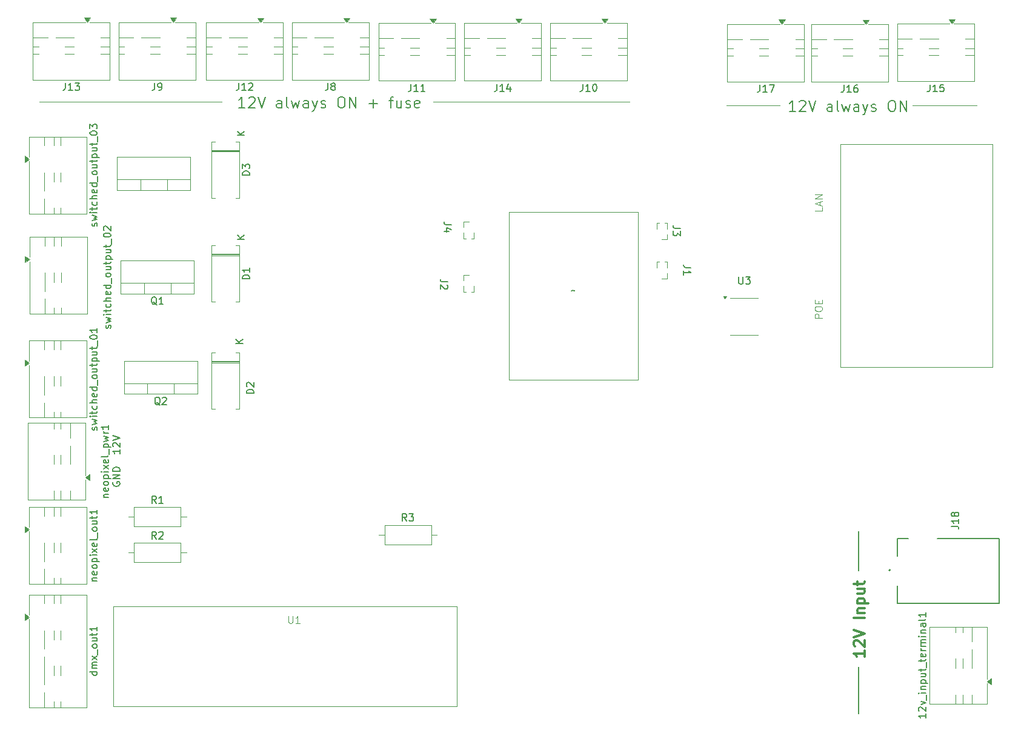
<source format=gbr>
%TF.GenerationSoftware,KiCad,Pcbnew,9.0.2*%
%TF.CreationDate,2025-05-27T21:30:05+02:00*%
%TF.ProjectId,mystery_box-v3,6d797374-6572-4795-9f62-6f782d76332e,rev?*%
%TF.SameCoordinates,Original*%
%TF.FileFunction,Legend,Top*%
%TF.FilePolarity,Positive*%
%FSLAX46Y46*%
G04 Gerber Fmt 4.6, Leading zero omitted, Abs format (unit mm)*
G04 Created by KiCad (PCBNEW 9.0.2) date 2025-05-27 21:30:05*
%MOMM*%
%LPD*%
G01*
G04 APERTURE LIST*
%ADD10C,0.100000*%
%ADD11C,0.200000*%
%ADD12C,0.300000*%
%ADD13C,0.150000*%
%ADD14C,0.120000*%
%ADD15C,0.127000*%
G04 APERTURE END LIST*
D10*
X194000000Y-42500000D02*
X186500000Y-42500000D01*
X212500000Y-42500000D02*
X221500000Y-42500000D01*
X116000000Y-42000000D02*
X90500000Y-42000000D01*
D11*
X205000000Y-121000000D02*
X205000000Y-127500000D01*
X205000000Y-107550000D02*
X205000000Y-102000000D01*
D10*
X145500000Y-42000000D02*
X173000000Y-42000000D01*
X199872419Y-72196115D02*
X198872419Y-72196115D01*
X198872419Y-72196115D02*
X198872419Y-71815163D01*
X198872419Y-71815163D02*
X198920038Y-71719925D01*
X198920038Y-71719925D02*
X198967657Y-71672306D01*
X198967657Y-71672306D02*
X199062895Y-71624687D01*
X199062895Y-71624687D02*
X199205752Y-71624687D01*
X199205752Y-71624687D02*
X199300990Y-71672306D01*
X199300990Y-71672306D02*
X199348609Y-71719925D01*
X199348609Y-71719925D02*
X199396228Y-71815163D01*
X199396228Y-71815163D02*
X199396228Y-72196115D01*
X198872419Y-71005639D02*
X198872419Y-70815163D01*
X198872419Y-70815163D02*
X198920038Y-70719925D01*
X198920038Y-70719925D02*
X199015276Y-70624687D01*
X199015276Y-70624687D02*
X199205752Y-70577068D01*
X199205752Y-70577068D02*
X199539085Y-70577068D01*
X199539085Y-70577068D02*
X199729561Y-70624687D01*
X199729561Y-70624687D02*
X199824800Y-70719925D01*
X199824800Y-70719925D02*
X199872419Y-70815163D01*
X199872419Y-70815163D02*
X199872419Y-71005639D01*
X199872419Y-71005639D02*
X199824800Y-71100877D01*
X199824800Y-71100877D02*
X199729561Y-71196115D01*
X199729561Y-71196115D02*
X199539085Y-71243734D01*
X199539085Y-71243734D02*
X199205752Y-71243734D01*
X199205752Y-71243734D02*
X199015276Y-71196115D01*
X199015276Y-71196115D02*
X198920038Y-71100877D01*
X198920038Y-71100877D02*
X198872419Y-71005639D01*
X199348609Y-70148496D02*
X199348609Y-69815163D01*
X199872419Y-69672306D02*
X199872419Y-70148496D01*
X199872419Y-70148496D02*
X198872419Y-70148496D01*
X198872419Y-70148496D02*
X198872419Y-69672306D01*
D11*
X196142857Y-43306028D02*
X195285714Y-43306028D01*
X195714285Y-43306028D02*
X195714285Y-41806028D01*
X195714285Y-41806028D02*
X195571428Y-42020314D01*
X195571428Y-42020314D02*
X195428571Y-42163171D01*
X195428571Y-42163171D02*
X195285714Y-42234600D01*
X196714285Y-41948885D02*
X196785713Y-41877457D01*
X196785713Y-41877457D02*
X196928571Y-41806028D01*
X196928571Y-41806028D02*
X197285713Y-41806028D01*
X197285713Y-41806028D02*
X197428571Y-41877457D01*
X197428571Y-41877457D02*
X197499999Y-41948885D01*
X197499999Y-41948885D02*
X197571428Y-42091742D01*
X197571428Y-42091742D02*
X197571428Y-42234600D01*
X197571428Y-42234600D02*
X197499999Y-42448885D01*
X197499999Y-42448885D02*
X196642856Y-43306028D01*
X196642856Y-43306028D02*
X197571428Y-43306028D01*
X197999999Y-41806028D02*
X198499999Y-43306028D01*
X198499999Y-43306028D02*
X198999999Y-41806028D01*
X201285713Y-43306028D02*
X201285713Y-42520314D01*
X201285713Y-42520314D02*
X201214284Y-42377457D01*
X201214284Y-42377457D02*
X201071427Y-42306028D01*
X201071427Y-42306028D02*
X200785713Y-42306028D01*
X200785713Y-42306028D02*
X200642855Y-42377457D01*
X201285713Y-43234600D02*
X201142855Y-43306028D01*
X201142855Y-43306028D02*
X200785713Y-43306028D01*
X200785713Y-43306028D02*
X200642855Y-43234600D01*
X200642855Y-43234600D02*
X200571427Y-43091742D01*
X200571427Y-43091742D02*
X200571427Y-42948885D01*
X200571427Y-42948885D02*
X200642855Y-42806028D01*
X200642855Y-42806028D02*
X200785713Y-42734600D01*
X200785713Y-42734600D02*
X201142855Y-42734600D01*
X201142855Y-42734600D02*
X201285713Y-42663171D01*
X202214284Y-43306028D02*
X202071427Y-43234600D01*
X202071427Y-43234600D02*
X201999998Y-43091742D01*
X201999998Y-43091742D02*
X201999998Y-41806028D01*
X202642855Y-42306028D02*
X202928570Y-43306028D01*
X202928570Y-43306028D02*
X203214284Y-42591742D01*
X203214284Y-42591742D02*
X203499998Y-43306028D01*
X203499998Y-43306028D02*
X203785712Y-42306028D01*
X204999999Y-43306028D02*
X204999999Y-42520314D01*
X204999999Y-42520314D02*
X204928570Y-42377457D01*
X204928570Y-42377457D02*
X204785713Y-42306028D01*
X204785713Y-42306028D02*
X204499999Y-42306028D01*
X204499999Y-42306028D02*
X204357141Y-42377457D01*
X204999999Y-43234600D02*
X204857141Y-43306028D01*
X204857141Y-43306028D02*
X204499999Y-43306028D01*
X204499999Y-43306028D02*
X204357141Y-43234600D01*
X204357141Y-43234600D02*
X204285713Y-43091742D01*
X204285713Y-43091742D02*
X204285713Y-42948885D01*
X204285713Y-42948885D02*
X204357141Y-42806028D01*
X204357141Y-42806028D02*
X204499999Y-42734600D01*
X204499999Y-42734600D02*
X204857141Y-42734600D01*
X204857141Y-42734600D02*
X204999999Y-42663171D01*
X205571427Y-42306028D02*
X205928570Y-43306028D01*
X206285713Y-42306028D02*
X205928570Y-43306028D01*
X205928570Y-43306028D02*
X205785713Y-43663171D01*
X205785713Y-43663171D02*
X205714284Y-43734600D01*
X205714284Y-43734600D02*
X205571427Y-43806028D01*
X206785713Y-43234600D02*
X206928570Y-43306028D01*
X206928570Y-43306028D02*
X207214284Y-43306028D01*
X207214284Y-43306028D02*
X207357141Y-43234600D01*
X207357141Y-43234600D02*
X207428570Y-43091742D01*
X207428570Y-43091742D02*
X207428570Y-43020314D01*
X207428570Y-43020314D02*
X207357141Y-42877457D01*
X207357141Y-42877457D02*
X207214284Y-42806028D01*
X207214284Y-42806028D02*
X206999999Y-42806028D01*
X206999999Y-42806028D02*
X206857141Y-42734600D01*
X206857141Y-42734600D02*
X206785713Y-42591742D01*
X206785713Y-42591742D02*
X206785713Y-42520314D01*
X206785713Y-42520314D02*
X206857141Y-42377457D01*
X206857141Y-42377457D02*
X206999999Y-42306028D01*
X206999999Y-42306028D02*
X207214284Y-42306028D01*
X207214284Y-42306028D02*
X207357141Y-42377457D01*
X209499999Y-41806028D02*
X209785713Y-41806028D01*
X209785713Y-41806028D02*
X209928570Y-41877457D01*
X209928570Y-41877457D02*
X210071427Y-42020314D01*
X210071427Y-42020314D02*
X210142856Y-42306028D01*
X210142856Y-42306028D02*
X210142856Y-42806028D01*
X210142856Y-42806028D02*
X210071427Y-43091742D01*
X210071427Y-43091742D02*
X209928570Y-43234600D01*
X209928570Y-43234600D02*
X209785713Y-43306028D01*
X209785713Y-43306028D02*
X209499999Y-43306028D01*
X209499999Y-43306028D02*
X209357142Y-43234600D01*
X209357142Y-43234600D02*
X209214284Y-43091742D01*
X209214284Y-43091742D02*
X209142856Y-42806028D01*
X209142856Y-42806028D02*
X209142856Y-42306028D01*
X209142856Y-42306028D02*
X209214284Y-42020314D01*
X209214284Y-42020314D02*
X209357142Y-41877457D01*
X209357142Y-41877457D02*
X209499999Y-41806028D01*
X210785713Y-43306028D02*
X210785713Y-41806028D01*
X210785713Y-41806028D02*
X211642856Y-43306028D01*
X211642856Y-43306028D02*
X211642856Y-41806028D01*
X119214286Y-42806028D02*
X118357143Y-42806028D01*
X118785714Y-42806028D02*
X118785714Y-41306028D01*
X118785714Y-41306028D02*
X118642857Y-41520314D01*
X118642857Y-41520314D02*
X118500000Y-41663171D01*
X118500000Y-41663171D02*
X118357143Y-41734600D01*
X119785714Y-41448885D02*
X119857142Y-41377457D01*
X119857142Y-41377457D02*
X120000000Y-41306028D01*
X120000000Y-41306028D02*
X120357142Y-41306028D01*
X120357142Y-41306028D02*
X120500000Y-41377457D01*
X120500000Y-41377457D02*
X120571428Y-41448885D01*
X120571428Y-41448885D02*
X120642857Y-41591742D01*
X120642857Y-41591742D02*
X120642857Y-41734600D01*
X120642857Y-41734600D02*
X120571428Y-41948885D01*
X120571428Y-41948885D02*
X119714285Y-42806028D01*
X119714285Y-42806028D02*
X120642857Y-42806028D01*
X121071428Y-41306028D02*
X121571428Y-42806028D01*
X121571428Y-42806028D02*
X122071428Y-41306028D01*
X124357142Y-42806028D02*
X124357142Y-42020314D01*
X124357142Y-42020314D02*
X124285713Y-41877457D01*
X124285713Y-41877457D02*
X124142856Y-41806028D01*
X124142856Y-41806028D02*
X123857142Y-41806028D01*
X123857142Y-41806028D02*
X123714284Y-41877457D01*
X124357142Y-42734600D02*
X124214284Y-42806028D01*
X124214284Y-42806028D02*
X123857142Y-42806028D01*
X123857142Y-42806028D02*
X123714284Y-42734600D01*
X123714284Y-42734600D02*
X123642856Y-42591742D01*
X123642856Y-42591742D02*
X123642856Y-42448885D01*
X123642856Y-42448885D02*
X123714284Y-42306028D01*
X123714284Y-42306028D02*
X123857142Y-42234600D01*
X123857142Y-42234600D02*
X124214284Y-42234600D01*
X124214284Y-42234600D02*
X124357142Y-42163171D01*
X125285713Y-42806028D02*
X125142856Y-42734600D01*
X125142856Y-42734600D02*
X125071427Y-42591742D01*
X125071427Y-42591742D02*
X125071427Y-41306028D01*
X125714284Y-41806028D02*
X125999999Y-42806028D01*
X125999999Y-42806028D02*
X126285713Y-42091742D01*
X126285713Y-42091742D02*
X126571427Y-42806028D01*
X126571427Y-42806028D02*
X126857141Y-41806028D01*
X128071428Y-42806028D02*
X128071428Y-42020314D01*
X128071428Y-42020314D02*
X127999999Y-41877457D01*
X127999999Y-41877457D02*
X127857142Y-41806028D01*
X127857142Y-41806028D02*
X127571428Y-41806028D01*
X127571428Y-41806028D02*
X127428570Y-41877457D01*
X128071428Y-42734600D02*
X127928570Y-42806028D01*
X127928570Y-42806028D02*
X127571428Y-42806028D01*
X127571428Y-42806028D02*
X127428570Y-42734600D01*
X127428570Y-42734600D02*
X127357142Y-42591742D01*
X127357142Y-42591742D02*
X127357142Y-42448885D01*
X127357142Y-42448885D02*
X127428570Y-42306028D01*
X127428570Y-42306028D02*
X127571428Y-42234600D01*
X127571428Y-42234600D02*
X127928570Y-42234600D01*
X127928570Y-42234600D02*
X128071428Y-42163171D01*
X128642856Y-41806028D02*
X128999999Y-42806028D01*
X129357142Y-41806028D02*
X128999999Y-42806028D01*
X128999999Y-42806028D02*
X128857142Y-43163171D01*
X128857142Y-43163171D02*
X128785713Y-43234600D01*
X128785713Y-43234600D02*
X128642856Y-43306028D01*
X129857142Y-42734600D02*
X129999999Y-42806028D01*
X129999999Y-42806028D02*
X130285713Y-42806028D01*
X130285713Y-42806028D02*
X130428570Y-42734600D01*
X130428570Y-42734600D02*
X130499999Y-42591742D01*
X130499999Y-42591742D02*
X130499999Y-42520314D01*
X130499999Y-42520314D02*
X130428570Y-42377457D01*
X130428570Y-42377457D02*
X130285713Y-42306028D01*
X130285713Y-42306028D02*
X130071428Y-42306028D01*
X130071428Y-42306028D02*
X129928570Y-42234600D01*
X129928570Y-42234600D02*
X129857142Y-42091742D01*
X129857142Y-42091742D02*
X129857142Y-42020314D01*
X129857142Y-42020314D02*
X129928570Y-41877457D01*
X129928570Y-41877457D02*
X130071428Y-41806028D01*
X130071428Y-41806028D02*
X130285713Y-41806028D01*
X130285713Y-41806028D02*
X130428570Y-41877457D01*
X132571428Y-41306028D02*
X132857142Y-41306028D01*
X132857142Y-41306028D02*
X132999999Y-41377457D01*
X132999999Y-41377457D02*
X133142856Y-41520314D01*
X133142856Y-41520314D02*
X133214285Y-41806028D01*
X133214285Y-41806028D02*
X133214285Y-42306028D01*
X133214285Y-42306028D02*
X133142856Y-42591742D01*
X133142856Y-42591742D02*
X132999999Y-42734600D01*
X132999999Y-42734600D02*
X132857142Y-42806028D01*
X132857142Y-42806028D02*
X132571428Y-42806028D01*
X132571428Y-42806028D02*
X132428571Y-42734600D01*
X132428571Y-42734600D02*
X132285713Y-42591742D01*
X132285713Y-42591742D02*
X132214285Y-42306028D01*
X132214285Y-42306028D02*
X132214285Y-41806028D01*
X132214285Y-41806028D02*
X132285713Y-41520314D01*
X132285713Y-41520314D02*
X132428571Y-41377457D01*
X132428571Y-41377457D02*
X132571428Y-41306028D01*
X133857142Y-42806028D02*
X133857142Y-41306028D01*
X133857142Y-41306028D02*
X134714285Y-42806028D01*
X134714285Y-42806028D02*
X134714285Y-41306028D01*
X136571428Y-42234600D02*
X137714286Y-42234600D01*
X137142857Y-42806028D02*
X137142857Y-41663171D01*
X139357143Y-41806028D02*
X139928571Y-41806028D01*
X139571428Y-42806028D02*
X139571428Y-41520314D01*
X139571428Y-41520314D02*
X139642857Y-41377457D01*
X139642857Y-41377457D02*
X139785714Y-41306028D01*
X139785714Y-41306028D02*
X139928571Y-41306028D01*
X141071429Y-41806028D02*
X141071429Y-42806028D01*
X140428571Y-41806028D02*
X140428571Y-42591742D01*
X140428571Y-42591742D02*
X140500000Y-42734600D01*
X140500000Y-42734600D02*
X140642857Y-42806028D01*
X140642857Y-42806028D02*
X140857143Y-42806028D01*
X140857143Y-42806028D02*
X141000000Y-42734600D01*
X141000000Y-42734600D02*
X141071429Y-42663171D01*
X141714286Y-42734600D02*
X141857143Y-42806028D01*
X141857143Y-42806028D02*
X142142857Y-42806028D01*
X142142857Y-42806028D02*
X142285714Y-42734600D01*
X142285714Y-42734600D02*
X142357143Y-42591742D01*
X142357143Y-42591742D02*
X142357143Y-42520314D01*
X142357143Y-42520314D02*
X142285714Y-42377457D01*
X142285714Y-42377457D02*
X142142857Y-42306028D01*
X142142857Y-42306028D02*
X141928572Y-42306028D01*
X141928572Y-42306028D02*
X141785714Y-42234600D01*
X141785714Y-42234600D02*
X141714286Y-42091742D01*
X141714286Y-42091742D02*
X141714286Y-42020314D01*
X141714286Y-42020314D02*
X141785714Y-41877457D01*
X141785714Y-41877457D02*
X141928572Y-41806028D01*
X141928572Y-41806028D02*
X142142857Y-41806028D01*
X142142857Y-41806028D02*
X142285714Y-41877457D01*
X143571429Y-42734600D02*
X143428572Y-42806028D01*
X143428572Y-42806028D02*
X143142858Y-42806028D01*
X143142858Y-42806028D02*
X143000000Y-42734600D01*
X143000000Y-42734600D02*
X142928572Y-42591742D01*
X142928572Y-42591742D02*
X142928572Y-42020314D01*
X142928572Y-42020314D02*
X143000000Y-41877457D01*
X143000000Y-41877457D02*
X143142858Y-41806028D01*
X143142858Y-41806028D02*
X143428572Y-41806028D01*
X143428572Y-41806028D02*
X143571429Y-41877457D01*
X143571429Y-41877457D02*
X143642858Y-42020314D01*
X143642858Y-42020314D02*
X143642858Y-42163171D01*
X143642858Y-42163171D02*
X142928572Y-42306028D01*
D12*
X205800828Y-118659774D02*
X205800828Y-119516917D01*
X205800828Y-119088346D02*
X204300828Y-119088346D01*
X204300828Y-119088346D02*
X204515114Y-119231203D01*
X204515114Y-119231203D02*
X204657971Y-119374060D01*
X204657971Y-119374060D02*
X204729400Y-119516917D01*
X204443685Y-118088346D02*
X204372257Y-118016918D01*
X204372257Y-118016918D02*
X204300828Y-117874061D01*
X204300828Y-117874061D02*
X204300828Y-117516918D01*
X204300828Y-117516918D02*
X204372257Y-117374061D01*
X204372257Y-117374061D02*
X204443685Y-117302632D01*
X204443685Y-117302632D02*
X204586542Y-117231203D01*
X204586542Y-117231203D02*
X204729400Y-117231203D01*
X204729400Y-117231203D02*
X204943685Y-117302632D01*
X204943685Y-117302632D02*
X205800828Y-118159775D01*
X205800828Y-118159775D02*
X205800828Y-117231203D01*
X204300828Y-116802632D02*
X205800828Y-116302632D01*
X205800828Y-116302632D02*
X204300828Y-115802632D01*
X205800828Y-114159776D02*
X204300828Y-114159776D01*
X204800828Y-113445490D02*
X205800828Y-113445490D01*
X204943685Y-113445490D02*
X204872257Y-113374061D01*
X204872257Y-113374061D02*
X204800828Y-113231204D01*
X204800828Y-113231204D02*
X204800828Y-113016918D01*
X204800828Y-113016918D02*
X204872257Y-112874061D01*
X204872257Y-112874061D02*
X205015114Y-112802633D01*
X205015114Y-112802633D02*
X205800828Y-112802633D01*
X204800828Y-112088347D02*
X206300828Y-112088347D01*
X204872257Y-112088347D02*
X204800828Y-111945490D01*
X204800828Y-111945490D02*
X204800828Y-111659775D01*
X204800828Y-111659775D02*
X204872257Y-111516918D01*
X204872257Y-111516918D02*
X204943685Y-111445490D01*
X204943685Y-111445490D02*
X205086542Y-111374061D01*
X205086542Y-111374061D02*
X205515114Y-111374061D01*
X205515114Y-111374061D02*
X205657971Y-111445490D01*
X205657971Y-111445490D02*
X205729400Y-111516918D01*
X205729400Y-111516918D02*
X205800828Y-111659775D01*
X205800828Y-111659775D02*
X205800828Y-111945490D01*
X205800828Y-111945490D02*
X205729400Y-112088347D01*
X204800828Y-110088347D02*
X205800828Y-110088347D01*
X204800828Y-110731204D02*
X205586542Y-110731204D01*
X205586542Y-110731204D02*
X205729400Y-110659775D01*
X205729400Y-110659775D02*
X205800828Y-110516918D01*
X205800828Y-110516918D02*
X205800828Y-110302632D01*
X205800828Y-110302632D02*
X205729400Y-110159775D01*
X205729400Y-110159775D02*
X205657971Y-110088347D01*
X204800828Y-109588346D02*
X204800828Y-109016918D01*
X204300828Y-109374061D02*
X205586542Y-109374061D01*
X205586542Y-109374061D02*
X205729400Y-109302632D01*
X205729400Y-109302632D02*
X205800828Y-109159775D01*
X205800828Y-109159775D02*
X205800828Y-109016918D01*
D10*
X199872419Y-56719925D02*
X199872419Y-57196115D01*
X199872419Y-57196115D02*
X198872419Y-57196115D01*
X199586704Y-56434210D02*
X199586704Y-55958020D01*
X199872419Y-56529448D02*
X198872419Y-56196115D01*
X198872419Y-56196115D02*
X199872419Y-55862782D01*
X199872419Y-55529448D02*
X198872419Y-55529448D01*
X198872419Y-55529448D02*
X199872419Y-54958020D01*
X199872419Y-54958020D02*
X198872419Y-54958020D01*
D13*
X141833333Y-100584819D02*
X141500000Y-100108628D01*
X141261905Y-100584819D02*
X141261905Y-99584819D01*
X141261905Y-99584819D02*
X141642857Y-99584819D01*
X141642857Y-99584819D02*
X141738095Y-99632438D01*
X141738095Y-99632438D02*
X141785714Y-99680057D01*
X141785714Y-99680057D02*
X141833333Y-99775295D01*
X141833333Y-99775295D02*
X141833333Y-99918152D01*
X141833333Y-99918152D02*
X141785714Y-100013390D01*
X141785714Y-100013390D02*
X141738095Y-100061009D01*
X141738095Y-100061009D02*
X141642857Y-100108628D01*
X141642857Y-100108628D02*
X141261905Y-100108628D01*
X142166667Y-99584819D02*
X142785714Y-99584819D01*
X142785714Y-99584819D02*
X142452381Y-99965771D01*
X142452381Y-99965771D02*
X142595238Y-99965771D01*
X142595238Y-99965771D02*
X142690476Y-100013390D01*
X142690476Y-100013390D02*
X142738095Y-100061009D01*
X142738095Y-100061009D02*
X142785714Y-100156247D01*
X142785714Y-100156247D02*
X142785714Y-100394342D01*
X142785714Y-100394342D02*
X142738095Y-100489580D01*
X142738095Y-100489580D02*
X142690476Y-100537200D01*
X142690476Y-100537200D02*
X142595238Y-100584819D01*
X142595238Y-100584819D02*
X142309524Y-100584819D01*
X142309524Y-100584819D02*
X142214286Y-100537200D01*
X142214286Y-100537200D02*
X142166667Y-100489580D01*
X99483180Y-97273809D02*
X100149847Y-97273809D01*
X99578418Y-97273809D02*
X99530799Y-97226190D01*
X99530799Y-97226190D02*
X99483180Y-97130952D01*
X99483180Y-97130952D02*
X99483180Y-96988095D01*
X99483180Y-96988095D02*
X99530799Y-96892857D01*
X99530799Y-96892857D02*
X99626037Y-96845238D01*
X99626037Y-96845238D02*
X100149847Y-96845238D01*
X100102228Y-95988095D02*
X100149847Y-96083333D01*
X100149847Y-96083333D02*
X100149847Y-96273809D01*
X100149847Y-96273809D02*
X100102228Y-96369047D01*
X100102228Y-96369047D02*
X100006989Y-96416666D01*
X100006989Y-96416666D02*
X99626037Y-96416666D01*
X99626037Y-96416666D02*
X99530799Y-96369047D01*
X99530799Y-96369047D02*
X99483180Y-96273809D01*
X99483180Y-96273809D02*
X99483180Y-96083333D01*
X99483180Y-96083333D02*
X99530799Y-95988095D01*
X99530799Y-95988095D02*
X99626037Y-95940476D01*
X99626037Y-95940476D02*
X99721275Y-95940476D01*
X99721275Y-95940476D02*
X99816513Y-96416666D01*
X100149847Y-95369047D02*
X100102228Y-95464285D01*
X100102228Y-95464285D02*
X100054608Y-95511904D01*
X100054608Y-95511904D02*
X99959370Y-95559523D01*
X99959370Y-95559523D02*
X99673656Y-95559523D01*
X99673656Y-95559523D02*
X99578418Y-95511904D01*
X99578418Y-95511904D02*
X99530799Y-95464285D01*
X99530799Y-95464285D02*
X99483180Y-95369047D01*
X99483180Y-95369047D02*
X99483180Y-95226190D01*
X99483180Y-95226190D02*
X99530799Y-95130952D01*
X99530799Y-95130952D02*
X99578418Y-95083333D01*
X99578418Y-95083333D02*
X99673656Y-95035714D01*
X99673656Y-95035714D02*
X99959370Y-95035714D01*
X99959370Y-95035714D02*
X100054608Y-95083333D01*
X100054608Y-95083333D02*
X100102228Y-95130952D01*
X100102228Y-95130952D02*
X100149847Y-95226190D01*
X100149847Y-95226190D02*
X100149847Y-95369047D01*
X99483180Y-94607142D02*
X100483180Y-94607142D01*
X99530799Y-94607142D02*
X99483180Y-94511904D01*
X99483180Y-94511904D02*
X99483180Y-94321428D01*
X99483180Y-94321428D02*
X99530799Y-94226190D01*
X99530799Y-94226190D02*
X99578418Y-94178571D01*
X99578418Y-94178571D02*
X99673656Y-94130952D01*
X99673656Y-94130952D02*
X99959370Y-94130952D01*
X99959370Y-94130952D02*
X100054608Y-94178571D01*
X100054608Y-94178571D02*
X100102228Y-94226190D01*
X100102228Y-94226190D02*
X100149847Y-94321428D01*
X100149847Y-94321428D02*
X100149847Y-94511904D01*
X100149847Y-94511904D02*
X100102228Y-94607142D01*
X100149847Y-93702380D02*
X99483180Y-93702380D01*
X99149847Y-93702380D02*
X99197466Y-93749999D01*
X99197466Y-93749999D02*
X99245085Y-93702380D01*
X99245085Y-93702380D02*
X99197466Y-93654761D01*
X99197466Y-93654761D02*
X99149847Y-93702380D01*
X99149847Y-93702380D02*
X99245085Y-93702380D01*
X100149847Y-93321428D02*
X99483180Y-92797619D01*
X99483180Y-93321428D02*
X100149847Y-92797619D01*
X100102228Y-92035714D02*
X100149847Y-92130952D01*
X100149847Y-92130952D02*
X100149847Y-92321428D01*
X100149847Y-92321428D02*
X100102228Y-92416666D01*
X100102228Y-92416666D02*
X100006989Y-92464285D01*
X100006989Y-92464285D02*
X99626037Y-92464285D01*
X99626037Y-92464285D02*
X99530799Y-92416666D01*
X99530799Y-92416666D02*
X99483180Y-92321428D01*
X99483180Y-92321428D02*
X99483180Y-92130952D01*
X99483180Y-92130952D02*
X99530799Y-92035714D01*
X99530799Y-92035714D02*
X99626037Y-91988095D01*
X99626037Y-91988095D02*
X99721275Y-91988095D01*
X99721275Y-91988095D02*
X99816513Y-92464285D01*
X100149847Y-91416666D02*
X100102228Y-91511904D01*
X100102228Y-91511904D02*
X100006989Y-91559523D01*
X100006989Y-91559523D02*
X99149847Y-91559523D01*
X100245085Y-91273809D02*
X100245085Y-90511904D01*
X99483180Y-90273808D02*
X100483180Y-90273808D01*
X99530799Y-90273808D02*
X99483180Y-90178570D01*
X99483180Y-90178570D02*
X99483180Y-89988094D01*
X99483180Y-89988094D02*
X99530799Y-89892856D01*
X99530799Y-89892856D02*
X99578418Y-89845237D01*
X99578418Y-89845237D02*
X99673656Y-89797618D01*
X99673656Y-89797618D02*
X99959370Y-89797618D01*
X99959370Y-89797618D02*
X100054608Y-89845237D01*
X100054608Y-89845237D02*
X100102228Y-89892856D01*
X100102228Y-89892856D02*
X100149847Y-89988094D01*
X100149847Y-89988094D02*
X100149847Y-90178570D01*
X100149847Y-90178570D02*
X100102228Y-90273808D01*
X99483180Y-89464284D02*
X100149847Y-89273808D01*
X100149847Y-89273808D02*
X99673656Y-89083332D01*
X99673656Y-89083332D02*
X100149847Y-88892856D01*
X100149847Y-88892856D02*
X99483180Y-88702380D01*
X100149847Y-88321427D02*
X99483180Y-88321427D01*
X99673656Y-88321427D02*
X99578418Y-88273808D01*
X99578418Y-88273808D02*
X99530799Y-88226189D01*
X99530799Y-88226189D02*
X99483180Y-88130951D01*
X99483180Y-88130951D02*
X99483180Y-88035713D01*
X100149847Y-87178570D02*
X100149847Y-87749998D01*
X100149847Y-87464284D02*
X99149847Y-87464284D01*
X99149847Y-87464284D02*
X99292704Y-87559522D01*
X99292704Y-87559522D02*
X99387942Y-87654760D01*
X99387942Y-87654760D02*
X99435561Y-87749998D01*
X100807410Y-95154762D02*
X100759791Y-95250000D01*
X100759791Y-95250000D02*
X100759791Y-95392857D01*
X100759791Y-95392857D02*
X100807410Y-95535714D01*
X100807410Y-95535714D02*
X100902648Y-95630952D01*
X100902648Y-95630952D02*
X100997886Y-95678571D01*
X100997886Y-95678571D02*
X101188362Y-95726190D01*
X101188362Y-95726190D02*
X101331219Y-95726190D01*
X101331219Y-95726190D02*
X101521695Y-95678571D01*
X101521695Y-95678571D02*
X101616933Y-95630952D01*
X101616933Y-95630952D02*
X101712172Y-95535714D01*
X101712172Y-95535714D02*
X101759791Y-95392857D01*
X101759791Y-95392857D02*
X101759791Y-95297619D01*
X101759791Y-95297619D02*
X101712172Y-95154762D01*
X101712172Y-95154762D02*
X101664552Y-95107143D01*
X101664552Y-95107143D02*
X101331219Y-95107143D01*
X101331219Y-95107143D02*
X101331219Y-95297619D01*
X101759791Y-94678571D02*
X100759791Y-94678571D01*
X100759791Y-94678571D02*
X101759791Y-94107143D01*
X101759791Y-94107143D02*
X100759791Y-94107143D01*
X101759791Y-93630952D02*
X100759791Y-93630952D01*
X100759791Y-93630952D02*
X100759791Y-93392857D01*
X100759791Y-93392857D02*
X100807410Y-93250000D01*
X100807410Y-93250000D02*
X100902648Y-93154762D01*
X100902648Y-93154762D02*
X100997886Y-93107143D01*
X100997886Y-93107143D02*
X101188362Y-93059524D01*
X101188362Y-93059524D02*
X101331219Y-93059524D01*
X101331219Y-93059524D02*
X101521695Y-93107143D01*
X101521695Y-93107143D02*
X101616933Y-93154762D01*
X101616933Y-93154762D02*
X101712172Y-93250000D01*
X101712172Y-93250000D02*
X101759791Y-93392857D01*
X101759791Y-93392857D02*
X101759791Y-93630952D01*
X101759791Y-90583333D02*
X101759791Y-91154761D01*
X101759791Y-90869047D02*
X100759791Y-90869047D01*
X100759791Y-90869047D02*
X100902648Y-90964285D01*
X100902648Y-90964285D02*
X100997886Y-91059523D01*
X100997886Y-91059523D02*
X101045505Y-91154761D01*
X100855029Y-90202380D02*
X100807410Y-90154761D01*
X100807410Y-90154761D02*
X100759791Y-90059523D01*
X100759791Y-90059523D02*
X100759791Y-89821428D01*
X100759791Y-89821428D02*
X100807410Y-89726190D01*
X100807410Y-89726190D02*
X100855029Y-89678571D01*
X100855029Y-89678571D02*
X100950267Y-89630952D01*
X100950267Y-89630952D02*
X101045505Y-89630952D01*
X101045505Y-89630952D02*
X101188362Y-89678571D01*
X101188362Y-89678571D02*
X101759791Y-90249999D01*
X101759791Y-90249999D02*
X101759791Y-89630952D01*
X100759791Y-89345237D02*
X101759791Y-89011904D01*
X101759791Y-89011904D02*
X100759791Y-88678571D01*
X98574819Y-121654762D02*
X97574819Y-121654762D01*
X98527200Y-121654762D02*
X98574819Y-121750000D01*
X98574819Y-121750000D02*
X98574819Y-121940476D01*
X98574819Y-121940476D02*
X98527200Y-122035714D01*
X98527200Y-122035714D02*
X98479580Y-122083333D01*
X98479580Y-122083333D02*
X98384342Y-122130952D01*
X98384342Y-122130952D02*
X98098628Y-122130952D01*
X98098628Y-122130952D02*
X98003390Y-122083333D01*
X98003390Y-122083333D02*
X97955771Y-122035714D01*
X97955771Y-122035714D02*
X97908152Y-121940476D01*
X97908152Y-121940476D02*
X97908152Y-121750000D01*
X97908152Y-121750000D02*
X97955771Y-121654762D01*
X98574819Y-121178571D02*
X97908152Y-121178571D01*
X98003390Y-121178571D02*
X97955771Y-121130952D01*
X97955771Y-121130952D02*
X97908152Y-121035714D01*
X97908152Y-121035714D02*
X97908152Y-120892857D01*
X97908152Y-120892857D02*
X97955771Y-120797619D01*
X97955771Y-120797619D02*
X98051009Y-120750000D01*
X98051009Y-120750000D02*
X98574819Y-120750000D01*
X98051009Y-120750000D02*
X97955771Y-120702381D01*
X97955771Y-120702381D02*
X97908152Y-120607143D01*
X97908152Y-120607143D02*
X97908152Y-120464286D01*
X97908152Y-120464286D02*
X97955771Y-120369047D01*
X97955771Y-120369047D02*
X98051009Y-120321428D01*
X98051009Y-120321428D02*
X98574819Y-120321428D01*
X98574819Y-119940476D02*
X97908152Y-119416667D01*
X97908152Y-119940476D02*
X98574819Y-119416667D01*
X98670057Y-119273810D02*
X98670057Y-118511905D01*
X98574819Y-118130952D02*
X98527200Y-118226190D01*
X98527200Y-118226190D02*
X98479580Y-118273809D01*
X98479580Y-118273809D02*
X98384342Y-118321428D01*
X98384342Y-118321428D02*
X98098628Y-118321428D01*
X98098628Y-118321428D02*
X98003390Y-118273809D01*
X98003390Y-118273809D02*
X97955771Y-118226190D01*
X97955771Y-118226190D02*
X97908152Y-118130952D01*
X97908152Y-118130952D02*
X97908152Y-117988095D01*
X97908152Y-117988095D02*
X97955771Y-117892857D01*
X97955771Y-117892857D02*
X98003390Y-117845238D01*
X98003390Y-117845238D02*
X98098628Y-117797619D01*
X98098628Y-117797619D02*
X98384342Y-117797619D01*
X98384342Y-117797619D02*
X98479580Y-117845238D01*
X98479580Y-117845238D02*
X98527200Y-117892857D01*
X98527200Y-117892857D02*
X98574819Y-117988095D01*
X98574819Y-117988095D02*
X98574819Y-118130952D01*
X97908152Y-116940476D02*
X98574819Y-116940476D01*
X97908152Y-117369047D02*
X98431961Y-117369047D01*
X98431961Y-117369047D02*
X98527200Y-117321428D01*
X98527200Y-117321428D02*
X98574819Y-117226190D01*
X98574819Y-117226190D02*
X98574819Y-117083333D01*
X98574819Y-117083333D02*
X98527200Y-116988095D01*
X98527200Y-116988095D02*
X98479580Y-116940476D01*
X97908152Y-116607142D02*
X97908152Y-116226190D01*
X97574819Y-116464285D02*
X98431961Y-116464285D01*
X98431961Y-116464285D02*
X98527200Y-116416666D01*
X98527200Y-116416666D02*
X98574819Y-116321428D01*
X98574819Y-116321428D02*
X98574819Y-116226190D01*
X98574819Y-115369047D02*
X98574819Y-115940475D01*
X98574819Y-115654761D02*
X97574819Y-115654761D01*
X97574819Y-115654761D02*
X97717676Y-115749999D01*
X97717676Y-115749999D02*
X97812914Y-115845237D01*
X97812914Y-115845237D02*
X97860533Y-115940475D01*
X119874819Y-52238094D02*
X118874819Y-52238094D01*
X118874819Y-52238094D02*
X118874819Y-51999999D01*
X118874819Y-51999999D02*
X118922438Y-51857142D01*
X118922438Y-51857142D02*
X119017676Y-51761904D01*
X119017676Y-51761904D02*
X119112914Y-51714285D01*
X119112914Y-51714285D02*
X119303390Y-51666666D01*
X119303390Y-51666666D02*
X119446247Y-51666666D01*
X119446247Y-51666666D02*
X119636723Y-51714285D01*
X119636723Y-51714285D02*
X119731961Y-51761904D01*
X119731961Y-51761904D02*
X119827200Y-51857142D01*
X119827200Y-51857142D02*
X119874819Y-51999999D01*
X119874819Y-51999999D02*
X119874819Y-52238094D01*
X118874819Y-51333332D02*
X118874819Y-50714285D01*
X118874819Y-50714285D02*
X119255771Y-51047618D01*
X119255771Y-51047618D02*
X119255771Y-50904761D01*
X119255771Y-50904761D02*
X119303390Y-50809523D01*
X119303390Y-50809523D02*
X119351009Y-50761904D01*
X119351009Y-50761904D02*
X119446247Y-50714285D01*
X119446247Y-50714285D02*
X119684342Y-50714285D01*
X119684342Y-50714285D02*
X119779580Y-50761904D01*
X119779580Y-50761904D02*
X119827200Y-50809523D01*
X119827200Y-50809523D02*
X119874819Y-50904761D01*
X119874819Y-50904761D02*
X119874819Y-51190475D01*
X119874819Y-51190475D02*
X119827200Y-51285713D01*
X119827200Y-51285713D02*
X119779580Y-51333332D01*
X119154819Y-46681904D02*
X118154819Y-46681904D01*
X119154819Y-46110476D02*
X118583390Y-46539047D01*
X118154819Y-46110476D02*
X118726247Y-46681904D01*
X166440476Y-39509819D02*
X166440476Y-40224104D01*
X166440476Y-40224104D02*
X166392857Y-40366961D01*
X166392857Y-40366961D02*
X166297619Y-40462200D01*
X166297619Y-40462200D02*
X166154762Y-40509819D01*
X166154762Y-40509819D02*
X166059524Y-40509819D01*
X167440476Y-40509819D02*
X166869048Y-40509819D01*
X167154762Y-40509819D02*
X167154762Y-39509819D01*
X167154762Y-39509819D02*
X167059524Y-39652676D01*
X167059524Y-39652676D02*
X166964286Y-39747914D01*
X166964286Y-39747914D02*
X166869048Y-39795533D01*
X168059524Y-39509819D02*
X168154762Y-39509819D01*
X168154762Y-39509819D02*
X168250000Y-39557438D01*
X168250000Y-39557438D02*
X168297619Y-39605057D01*
X168297619Y-39605057D02*
X168345238Y-39700295D01*
X168345238Y-39700295D02*
X168392857Y-39890771D01*
X168392857Y-39890771D02*
X168392857Y-40128866D01*
X168392857Y-40128866D02*
X168345238Y-40319342D01*
X168345238Y-40319342D02*
X168297619Y-40414580D01*
X168297619Y-40414580D02*
X168250000Y-40462200D01*
X168250000Y-40462200D02*
X168154762Y-40509819D01*
X168154762Y-40509819D02*
X168059524Y-40509819D01*
X168059524Y-40509819D02*
X167964286Y-40462200D01*
X167964286Y-40462200D02*
X167916667Y-40414580D01*
X167916667Y-40414580D02*
X167869048Y-40319342D01*
X167869048Y-40319342D02*
X167821429Y-40128866D01*
X167821429Y-40128866D02*
X167821429Y-39890771D01*
X167821429Y-39890771D02*
X167869048Y-39700295D01*
X167869048Y-39700295D02*
X167916667Y-39605057D01*
X167916667Y-39605057D02*
X167964286Y-39557438D01*
X167964286Y-39557438D02*
X168059524Y-39509819D01*
X214940476Y-39574819D02*
X214940476Y-40289104D01*
X214940476Y-40289104D02*
X214892857Y-40431961D01*
X214892857Y-40431961D02*
X214797619Y-40527200D01*
X214797619Y-40527200D02*
X214654762Y-40574819D01*
X214654762Y-40574819D02*
X214559524Y-40574819D01*
X215940476Y-40574819D02*
X215369048Y-40574819D01*
X215654762Y-40574819D02*
X215654762Y-39574819D01*
X215654762Y-39574819D02*
X215559524Y-39717676D01*
X215559524Y-39717676D02*
X215464286Y-39812914D01*
X215464286Y-39812914D02*
X215369048Y-39860533D01*
X216845238Y-39574819D02*
X216369048Y-39574819D01*
X216369048Y-39574819D02*
X216321429Y-40051009D01*
X216321429Y-40051009D02*
X216369048Y-40003390D01*
X216369048Y-40003390D02*
X216464286Y-39955771D01*
X216464286Y-39955771D02*
X216702381Y-39955771D01*
X216702381Y-39955771D02*
X216797619Y-40003390D01*
X216797619Y-40003390D02*
X216845238Y-40051009D01*
X216845238Y-40051009D02*
X216892857Y-40146247D01*
X216892857Y-40146247D02*
X216892857Y-40384342D01*
X216892857Y-40384342D02*
X216845238Y-40479580D01*
X216845238Y-40479580D02*
X216797619Y-40527200D01*
X216797619Y-40527200D02*
X216702381Y-40574819D01*
X216702381Y-40574819D02*
X216464286Y-40574819D01*
X216464286Y-40574819D02*
X216369048Y-40527200D01*
X216369048Y-40527200D02*
X216321429Y-40479580D01*
X164858095Y-68443866D02*
X164905714Y-68396247D01*
X164905714Y-68396247D02*
X165000952Y-68348628D01*
X165000952Y-68348628D02*
X165191428Y-68443866D01*
X165191428Y-68443866D02*
X165286666Y-68396247D01*
X165286666Y-68396247D02*
X165334285Y-68348628D01*
X118367876Y-39372119D02*
X118367876Y-40086404D01*
X118367876Y-40086404D02*
X118320257Y-40229261D01*
X118320257Y-40229261D02*
X118225019Y-40324500D01*
X118225019Y-40324500D02*
X118082162Y-40372119D01*
X118082162Y-40372119D02*
X117986924Y-40372119D01*
X119367876Y-40372119D02*
X118796448Y-40372119D01*
X119082162Y-40372119D02*
X119082162Y-39372119D01*
X119082162Y-39372119D02*
X118986924Y-39514976D01*
X118986924Y-39514976D02*
X118891686Y-39610214D01*
X118891686Y-39610214D02*
X118796448Y-39657833D01*
X119748829Y-39467357D02*
X119796448Y-39419738D01*
X119796448Y-39419738D02*
X119891686Y-39372119D01*
X119891686Y-39372119D02*
X120129781Y-39372119D01*
X120129781Y-39372119D02*
X120225019Y-39419738D01*
X120225019Y-39419738D02*
X120272638Y-39467357D01*
X120272638Y-39467357D02*
X120320257Y-39562595D01*
X120320257Y-39562595D02*
X120320257Y-39657833D01*
X120320257Y-39657833D02*
X120272638Y-39800690D01*
X120272638Y-39800690D02*
X119701210Y-40372119D01*
X119701210Y-40372119D02*
X120320257Y-40372119D01*
X142440476Y-39509819D02*
X142440476Y-40224104D01*
X142440476Y-40224104D02*
X142392857Y-40366961D01*
X142392857Y-40366961D02*
X142297619Y-40462200D01*
X142297619Y-40462200D02*
X142154762Y-40509819D01*
X142154762Y-40509819D02*
X142059524Y-40509819D01*
X143440476Y-40509819D02*
X142869048Y-40509819D01*
X143154762Y-40509819D02*
X143154762Y-39509819D01*
X143154762Y-39509819D02*
X143059524Y-39652676D01*
X143059524Y-39652676D02*
X142964286Y-39747914D01*
X142964286Y-39747914D02*
X142869048Y-39795533D01*
X144392857Y-40509819D02*
X143821429Y-40509819D01*
X144107143Y-40509819D02*
X144107143Y-39509819D01*
X144107143Y-39509819D02*
X144011905Y-39652676D01*
X144011905Y-39652676D02*
X143916667Y-39747914D01*
X143916667Y-39747914D02*
X143821429Y-39795533D01*
X106626966Y-39364519D02*
X106626966Y-40078804D01*
X106626966Y-40078804D02*
X106579347Y-40221661D01*
X106579347Y-40221661D02*
X106484109Y-40316900D01*
X106484109Y-40316900D02*
X106341252Y-40364519D01*
X106341252Y-40364519D02*
X106246014Y-40364519D01*
X107150776Y-40364519D02*
X107341252Y-40364519D01*
X107341252Y-40364519D02*
X107436490Y-40316900D01*
X107436490Y-40316900D02*
X107484109Y-40269280D01*
X107484109Y-40269280D02*
X107579347Y-40126423D01*
X107579347Y-40126423D02*
X107626966Y-39935947D01*
X107626966Y-39935947D02*
X107626966Y-39554995D01*
X107626966Y-39554995D02*
X107579347Y-39459757D01*
X107579347Y-39459757D02*
X107531728Y-39412138D01*
X107531728Y-39412138D02*
X107436490Y-39364519D01*
X107436490Y-39364519D02*
X107246014Y-39364519D01*
X107246014Y-39364519D02*
X107150776Y-39412138D01*
X107150776Y-39412138D02*
X107103157Y-39459757D01*
X107103157Y-39459757D02*
X107055538Y-39554995D01*
X107055538Y-39554995D02*
X107055538Y-39793090D01*
X107055538Y-39793090D02*
X107103157Y-39888328D01*
X107103157Y-39888328D02*
X107150776Y-39935947D01*
X107150776Y-39935947D02*
X107246014Y-39983566D01*
X107246014Y-39983566D02*
X107436490Y-39983566D01*
X107436490Y-39983566D02*
X107531728Y-39935947D01*
X107531728Y-39935947D02*
X107579347Y-39888328D01*
X107579347Y-39888328D02*
X107626966Y-39793090D01*
X94150776Y-39364519D02*
X94150776Y-40078804D01*
X94150776Y-40078804D02*
X94103157Y-40221661D01*
X94103157Y-40221661D02*
X94007919Y-40316900D01*
X94007919Y-40316900D02*
X93865062Y-40364519D01*
X93865062Y-40364519D02*
X93769824Y-40364519D01*
X95150776Y-40364519D02*
X94579348Y-40364519D01*
X94865062Y-40364519D02*
X94865062Y-39364519D01*
X94865062Y-39364519D02*
X94769824Y-39507376D01*
X94769824Y-39507376D02*
X94674586Y-39602614D01*
X94674586Y-39602614D02*
X94579348Y-39650233D01*
X95484110Y-39364519D02*
X96103157Y-39364519D01*
X96103157Y-39364519D02*
X95769824Y-39745471D01*
X95769824Y-39745471D02*
X95912681Y-39745471D01*
X95912681Y-39745471D02*
X96007919Y-39793090D01*
X96007919Y-39793090D02*
X96055538Y-39840709D01*
X96055538Y-39840709D02*
X96103157Y-39935947D01*
X96103157Y-39935947D02*
X96103157Y-40174042D01*
X96103157Y-40174042D02*
X96055538Y-40269280D01*
X96055538Y-40269280D02*
X96007919Y-40316900D01*
X96007919Y-40316900D02*
X95912681Y-40364519D01*
X95912681Y-40364519D02*
X95626967Y-40364519D01*
X95626967Y-40364519D02*
X95531729Y-40316900D01*
X95531729Y-40316900D02*
X95484110Y-40269280D01*
X106904761Y-70375057D02*
X106809523Y-70327438D01*
X106809523Y-70327438D02*
X106714285Y-70232200D01*
X106714285Y-70232200D02*
X106571428Y-70089342D01*
X106571428Y-70089342D02*
X106476190Y-70041723D01*
X106476190Y-70041723D02*
X106380952Y-70041723D01*
X106428571Y-70279819D02*
X106333333Y-70232200D01*
X106333333Y-70232200D02*
X106238095Y-70136961D01*
X106238095Y-70136961D02*
X106190476Y-69946485D01*
X106190476Y-69946485D02*
X106190476Y-69613152D01*
X106190476Y-69613152D02*
X106238095Y-69422676D01*
X106238095Y-69422676D02*
X106333333Y-69327438D01*
X106333333Y-69327438D02*
X106428571Y-69279819D01*
X106428571Y-69279819D02*
X106619047Y-69279819D01*
X106619047Y-69279819D02*
X106714285Y-69327438D01*
X106714285Y-69327438D02*
X106809523Y-69422676D01*
X106809523Y-69422676D02*
X106857142Y-69613152D01*
X106857142Y-69613152D02*
X106857142Y-69946485D01*
X106857142Y-69946485D02*
X106809523Y-70136961D01*
X106809523Y-70136961D02*
X106714285Y-70232200D01*
X106714285Y-70232200D02*
X106619047Y-70279819D01*
X106619047Y-70279819D02*
X106428571Y-70279819D01*
X107809523Y-70279819D02*
X107238095Y-70279819D01*
X107523809Y-70279819D02*
X107523809Y-69279819D01*
X107523809Y-69279819D02*
X107428571Y-69422676D01*
X107428571Y-69422676D02*
X107333333Y-69517914D01*
X107333333Y-69517914D02*
X107238095Y-69565533D01*
X202940476Y-39639819D02*
X202940476Y-40354104D01*
X202940476Y-40354104D02*
X202892857Y-40496961D01*
X202892857Y-40496961D02*
X202797619Y-40592200D01*
X202797619Y-40592200D02*
X202654762Y-40639819D01*
X202654762Y-40639819D02*
X202559524Y-40639819D01*
X203940476Y-40639819D02*
X203369048Y-40639819D01*
X203654762Y-40639819D02*
X203654762Y-39639819D01*
X203654762Y-39639819D02*
X203559524Y-39782676D01*
X203559524Y-39782676D02*
X203464286Y-39877914D01*
X203464286Y-39877914D02*
X203369048Y-39925533D01*
X204797619Y-39639819D02*
X204607143Y-39639819D01*
X204607143Y-39639819D02*
X204511905Y-39687438D01*
X204511905Y-39687438D02*
X204464286Y-39735057D01*
X204464286Y-39735057D02*
X204369048Y-39877914D01*
X204369048Y-39877914D02*
X204321429Y-40068390D01*
X204321429Y-40068390D02*
X204321429Y-40449342D01*
X204321429Y-40449342D02*
X204369048Y-40544580D01*
X204369048Y-40544580D02*
X204416667Y-40592200D01*
X204416667Y-40592200D02*
X204511905Y-40639819D01*
X204511905Y-40639819D02*
X204702381Y-40639819D01*
X204702381Y-40639819D02*
X204797619Y-40592200D01*
X204797619Y-40592200D02*
X204845238Y-40544580D01*
X204845238Y-40544580D02*
X204892857Y-40449342D01*
X204892857Y-40449342D02*
X204892857Y-40211247D01*
X204892857Y-40211247D02*
X204845238Y-40116009D01*
X204845238Y-40116009D02*
X204797619Y-40068390D01*
X204797619Y-40068390D02*
X204702381Y-40020771D01*
X204702381Y-40020771D02*
X204511905Y-40020771D01*
X204511905Y-40020771D02*
X204416667Y-40068390D01*
X204416667Y-40068390D02*
X204369048Y-40116009D01*
X204369048Y-40116009D02*
X204321429Y-40211247D01*
X191190476Y-39607319D02*
X191190476Y-40321604D01*
X191190476Y-40321604D02*
X191142857Y-40464461D01*
X191142857Y-40464461D02*
X191047619Y-40559700D01*
X191047619Y-40559700D02*
X190904762Y-40607319D01*
X190904762Y-40607319D02*
X190809524Y-40607319D01*
X192190476Y-40607319D02*
X191619048Y-40607319D01*
X191904762Y-40607319D02*
X191904762Y-39607319D01*
X191904762Y-39607319D02*
X191809524Y-39750176D01*
X191809524Y-39750176D02*
X191714286Y-39845414D01*
X191714286Y-39845414D02*
X191619048Y-39893033D01*
X192523810Y-39607319D02*
X193190476Y-39607319D01*
X193190476Y-39607319D02*
X192761905Y-40607319D01*
X181545180Y-65166666D02*
X180830895Y-65166666D01*
X180830895Y-65166666D02*
X180688038Y-65119047D01*
X180688038Y-65119047D02*
X180592800Y-65023809D01*
X180592800Y-65023809D02*
X180545180Y-64880952D01*
X180545180Y-64880952D02*
X180545180Y-64785714D01*
X180545180Y-66166666D02*
X180545180Y-65595238D01*
X180545180Y-65880952D02*
X181545180Y-65880952D01*
X181545180Y-65880952D02*
X181402323Y-65785714D01*
X181402323Y-65785714D02*
X181307085Y-65690476D01*
X181307085Y-65690476D02*
X181259466Y-65595238D01*
X188238095Y-66454819D02*
X188238095Y-67264342D01*
X188238095Y-67264342D02*
X188285714Y-67359580D01*
X188285714Y-67359580D02*
X188333333Y-67407200D01*
X188333333Y-67407200D02*
X188428571Y-67454819D01*
X188428571Y-67454819D02*
X188619047Y-67454819D01*
X188619047Y-67454819D02*
X188714285Y-67407200D01*
X188714285Y-67407200D02*
X188761904Y-67359580D01*
X188761904Y-67359580D02*
X188809523Y-67264342D01*
X188809523Y-67264342D02*
X188809523Y-66454819D01*
X189190476Y-66454819D02*
X189809523Y-66454819D01*
X189809523Y-66454819D02*
X189476190Y-66835771D01*
X189476190Y-66835771D02*
X189619047Y-66835771D01*
X189619047Y-66835771D02*
X189714285Y-66883390D01*
X189714285Y-66883390D02*
X189761904Y-66931009D01*
X189761904Y-66931009D02*
X189809523Y-67026247D01*
X189809523Y-67026247D02*
X189809523Y-67264342D01*
X189809523Y-67264342D02*
X189761904Y-67359580D01*
X189761904Y-67359580D02*
X189714285Y-67407200D01*
X189714285Y-67407200D02*
X189619047Y-67454819D01*
X189619047Y-67454819D02*
X189333333Y-67454819D01*
X189333333Y-67454819D02*
X189238095Y-67407200D01*
X189238095Y-67407200D02*
X189190476Y-67359580D01*
X106833333Y-103084819D02*
X106500000Y-102608628D01*
X106261905Y-103084819D02*
X106261905Y-102084819D01*
X106261905Y-102084819D02*
X106642857Y-102084819D01*
X106642857Y-102084819D02*
X106738095Y-102132438D01*
X106738095Y-102132438D02*
X106785714Y-102180057D01*
X106785714Y-102180057D02*
X106833333Y-102275295D01*
X106833333Y-102275295D02*
X106833333Y-102418152D01*
X106833333Y-102418152D02*
X106785714Y-102513390D01*
X106785714Y-102513390D02*
X106738095Y-102561009D01*
X106738095Y-102561009D02*
X106642857Y-102608628D01*
X106642857Y-102608628D02*
X106261905Y-102608628D01*
X107214286Y-102180057D02*
X107261905Y-102132438D01*
X107261905Y-102132438D02*
X107357143Y-102084819D01*
X107357143Y-102084819D02*
X107595238Y-102084819D01*
X107595238Y-102084819D02*
X107690476Y-102132438D01*
X107690476Y-102132438D02*
X107738095Y-102180057D01*
X107738095Y-102180057D02*
X107785714Y-102275295D01*
X107785714Y-102275295D02*
X107785714Y-102370533D01*
X107785714Y-102370533D02*
X107738095Y-102513390D01*
X107738095Y-102513390D02*
X107166667Y-103084819D01*
X107166667Y-103084819D02*
X107785714Y-103084819D01*
X214334819Y-127535715D02*
X214334819Y-128107143D01*
X214334819Y-127821429D02*
X213334819Y-127821429D01*
X213334819Y-127821429D02*
X213477676Y-127916667D01*
X213477676Y-127916667D02*
X213572914Y-128011905D01*
X213572914Y-128011905D02*
X213620533Y-128107143D01*
X213430057Y-127154762D02*
X213382438Y-127107143D01*
X213382438Y-127107143D02*
X213334819Y-127011905D01*
X213334819Y-127011905D02*
X213334819Y-126773810D01*
X213334819Y-126773810D02*
X213382438Y-126678572D01*
X213382438Y-126678572D02*
X213430057Y-126630953D01*
X213430057Y-126630953D02*
X213525295Y-126583334D01*
X213525295Y-126583334D02*
X213620533Y-126583334D01*
X213620533Y-126583334D02*
X213763390Y-126630953D01*
X213763390Y-126630953D02*
X214334819Y-127202381D01*
X214334819Y-127202381D02*
X214334819Y-126583334D01*
X213668152Y-126250000D02*
X214334819Y-126011905D01*
X214334819Y-126011905D02*
X213668152Y-125773810D01*
X214430057Y-125630953D02*
X214430057Y-124869048D01*
X214334819Y-124630952D02*
X213668152Y-124630952D01*
X213334819Y-124630952D02*
X213382438Y-124678571D01*
X213382438Y-124678571D02*
X213430057Y-124630952D01*
X213430057Y-124630952D02*
X213382438Y-124583333D01*
X213382438Y-124583333D02*
X213334819Y-124630952D01*
X213334819Y-124630952D02*
X213430057Y-124630952D01*
X213668152Y-124154762D02*
X214334819Y-124154762D01*
X213763390Y-124154762D02*
X213715771Y-124107143D01*
X213715771Y-124107143D02*
X213668152Y-124011905D01*
X213668152Y-124011905D02*
X213668152Y-123869048D01*
X213668152Y-123869048D02*
X213715771Y-123773810D01*
X213715771Y-123773810D02*
X213811009Y-123726191D01*
X213811009Y-123726191D02*
X214334819Y-123726191D01*
X213668152Y-123250000D02*
X214668152Y-123250000D01*
X213715771Y-123250000D02*
X213668152Y-123154762D01*
X213668152Y-123154762D02*
X213668152Y-122964286D01*
X213668152Y-122964286D02*
X213715771Y-122869048D01*
X213715771Y-122869048D02*
X213763390Y-122821429D01*
X213763390Y-122821429D02*
X213858628Y-122773810D01*
X213858628Y-122773810D02*
X214144342Y-122773810D01*
X214144342Y-122773810D02*
X214239580Y-122821429D01*
X214239580Y-122821429D02*
X214287200Y-122869048D01*
X214287200Y-122869048D02*
X214334819Y-122964286D01*
X214334819Y-122964286D02*
X214334819Y-123154762D01*
X214334819Y-123154762D02*
X214287200Y-123250000D01*
X213668152Y-121916667D02*
X214334819Y-121916667D01*
X213668152Y-122345238D02*
X214191961Y-122345238D01*
X214191961Y-122345238D02*
X214287200Y-122297619D01*
X214287200Y-122297619D02*
X214334819Y-122202381D01*
X214334819Y-122202381D02*
X214334819Y-122059524D01*
X214334819Y-122059524D02*
X214287200Y-121964286D01*
X214287200Y-121964286D02*
X214239580Y-121916667D01*
X213668152Y-121583333D02*
X213668152Y-121202381D01*
X213334819Y-121440476D02*
X214191961Y-121440476D01*
X214191961Y-121440476D02*
X214287200Y-121392857D01*
X214287200Y-121392857D02*
X214334819Y-121297619D01*
X214334819Y-121297619D02*
X214334819Y-121202381D01*
X214430057Y-121107143D02*
X214430057Y-120345238D01*
X213668152Y-120249999D02*
X213668152Y-119869047D01*
X213334819Y-120107142D02*
X214191961Y-120107142D01*
X214191961Y-120107142D02*
X214287200Y-120059523D01*
X214287200Y-120059523D02*
X214334819Y-119964285D01*
X214334819Y-119964285D02*
X214334819Y-119869047D01*
X214287200Y-119154761D02*
X214334819Y-119249999D01*
X214334819Y-119249999D02*
X214334819Y-119440475D01*
X214334819Y-119440475D02*
X214287200Y-119535713D01*
X214287200Y-119535713D02*
X214191961Y-119583332D01*
X214191961Y-119583332D02*
X213811009Y-119583332D01*
X213811009Y-119583332D02*
X213715771Y-119535713D01*
X213715771Y-119535713D02*
X213668152Y-119440475D01*
X213668152Y-119440475D02*
X213668152Y-119249999D01*
X213668152Y-119249999D02*
X213715771Y-119154761D01*
X213715771Y-119154761D02*
X213811009Y-119107142D01*
X213811009Y-119107142D02*
X213906247Y-119107142D01*
X213906247Y-119107142D02*
X214001485Y-119583332D01*
X214334819Y-118678570D02*
X213668152Y-118678570D01*
X213858628Y-118678570D02*
X213763390Y-118630951D01*
X213763390Y-118630951D02*
X213715771Y-118583332D01*
X213715771Y-118583332D02*
X213668152Y-118488094D01*
X213668152Y-118488094D02*
X213668152Y-118392856D01*
X214334819Y-118059522D02*
X213668152Y-118059522D01*
X213763390Y-118059522D02*
X213715771Y-118011903D01*
X213715771Y-118011903D02*
X213668152Y-117916665D01*
X213668152Y-117916665D02*
X213668152Y-117773808D01*
X213668152Y-117773808D02*
X213715771Y-117678570D01*
X213715771Y-117678570D02*
X213811009Y-117630951D01*
X213811009Y-117630951D02*
X214334819Y-117630951D01*
X213811009Y-117630951D02*
X213715771Y-117583332D01*
X213715771Y-117583332D02*
X213668152Y-117488094D01*
X213668152Y-117488094D02*
X213668152Y-117345237D01*
X213668152Y-117345237D02*
X213715771Y-117249998D01*
X213715771Y-117249998D02*
X213811009Y-117202379D01*
X213811009Y-117202379D02*
X214334819Y-117202379D01*
X214334819Y-116726189D02*
X213668152Y-116726189D01*
X213334819Y-116726189D02*
X213382438Y-116773808D01*
X213382438Y-116773808D02*
X213430057Y-116726189D01*
X213430057Y-116726189D02*
X213382438Y-116678570D01*
X213382438Y-116678570D02*
X213334819Y-116726189D01*
X213334819Y-116726189D02*
X213430057Y-116726189D01*
X213668152Y-116249999D02*
X214334819Y-116249999D01*
X213763390Y-116249999D02*
X213715771Y-116202380D01*
X213715771Y-116202380D02*
X213668152Y-116107142D01*
X213668152Y-116107142D02*
X213668152Y-115964285D01*
X213668152Y-115964285D02*
X213715771Y-115869047D01*
X213715771Y-115869047D02*
X213811009Y-115821428D01*
X213811009Y-115821428D02*
X214334819Y-115821428D01*
X214334819Y-114916666D02*
X213811009Y-114916666D01*
X213811009Y-114916666D02*
X213715771Y-114964285D01*
X213715771Y-114964285D02*
X213668152Y-115059523D01*
X213668152Y-115059523D02*
X213668152Y-115249999D01*
X213668152Y-115249999D02*
X213715771Y-115345237D01*
X214287200Y-114916666D02*
X214334819Y-115011904D01*
X214334819Y-115011904D02*
X214334819Y-115249999D01*
X214334819Y-115249999D02*
X214287200Y-115345237D01*
X214287200Y-115345237D02*
X214191961Y-115392856D01*
X214191961Y-115392856D02*
X214096723Y-115392856D01*
X214096723Y-115392856D02*
X214001485Y-115345237D01*
X214001485Y-115345237D02*
X213953866Y-115249999D01*
X213953866Y-115249999D02*
X213953866Y-115011904D01*
X213953866Y-115011904D02*
X213906247Y-114916666D01*
X214334819Y-114297618D02*
X214287200Y-114392856D01*
X214287200Y-114392856D02*
X214191961Y-114440475D01*
X214191961Y-114440475D02*
X213334819Y-114440475D01*
X214334819Y-113392856D02*
X214334819Y-113964284D01*
X214334819Y-113678570D02*
X213334819Y-113678570D01*
X213334819Y-113678570D02*
X213477676Y-113773808D01*
X213477676Y-113773808D02*
X213572914Y-113869046D01*
X213572914Y-113869046D02*
X213620533Y-113964284D01*
X154440476Y-39509819D02*
X154440476Y-40224104D01*
X154440476Y-40224104D02*
X154392857Y-40366961D01*
X154392857Y-40366961D02*
X154297619Y-40462200D01*
X154297619Y-40462200D02*
X154154762Y-40509819D01*
X154154762Y-40509819D02*
X154059524Y-40509819D01*
X155440476Y-40509819D02*
X154869048Y-40509819D01*
X155154762Y-40509819D02*
X155154762Y-39509819D01*
X155154762Y-39509819D02*
X155059524Y-39652676D01*
X155059524Y-39652676D02*
X154964286Y-39747914D01*
X154964286Y-39747914D02*
X154869048Y-39795533D01*
X156297619Y-39843152D02*
X156297619Y-40509819D01*
X156059524Y-39462200D02*
X155821429Y-40176485D01*
X155821429Y-40176485D02*
X156440476Y-40176485D01*
X97908152Y-108928571D02*
X98574819Y-108928571D01*
X98003390Y-108928571D02*
X97955771Y-108880952D01*
X97955771Y-108880952D02*
X97908152Y-108785714D01*
X97908152Y-108785714D02*
X97908152Y-108642857D01*
X97908152Y-108642857D02*
X97955771Y-108547619D01*
X97955771Y-108547619D02*
X98051009Y-108500000D01*
X98051009Y-108500000D02*
X98574819Y-108500000D01*
X98527200Y-107642857D02*
X98574819Y-107738095D01*
X98574819Y-107738095D02*
X98574819Y-107928571D01*
X98574819Y-107928571D02*
X98527200Y-108023809D01*
X98527200Y-108023809D02*
X98431961Y-108071428D01*
X98431961Y-108071428D02*
X98051009Y-108071428D01*
X98051009Y-108071428D02*
X97955771Y-108023809D01*
X97955771Y-108023809D02*
X97908152Y-107928571D01*
X97908152Y-107928571D02*
X97908152Y-107738095D01*
X97908152Y-107738095D02*
X97955771Y-107642857D01*
X97955771Y-107642857D02*
X98051009Y-107595238D01*
X98051009Y-107595238D02*
X98146247Y-107595238D01*
X98146247Y-107595238D02*
X98241485Y-108071428D01*
X98574819Y-107023809D02*
X98527200Y-107119047D01*
X98527200Y-107119047D02*
X98479580Y-107166666D01*
X98479580Y-107166666D02*
X98384342Y-107214285D01*
X98384342Y-107214285D02*
X98098628Y-107214285D01*
X98098628Y-107214285D02*
X98003390Y-107166666D01*
X98003390Y-107166666D02*
X97955771Y-107119047D01*
X97955771Y-107119047D02*
X97908152Y-107023809D01*
X97908152Y-107023809D02*
X97908152Y-106880952D01*
X97908152Y-106880952D02*
X97955771Y-106785714D01*
X97955771Y-106785714D02*
X98003390Y-106738095D01*
X98003390Y-106738095D02*
X98098628Y-106690476D01*
X98098628Y-106690476D02*
X98384342Y-106690476D01*
X98384342Y-106690476D02*
X98479580Y-106738095D01*
X98479580Y-106738095D02*
X98527200Y-106785714D01*
X98527200Y-106785714D02*
X98574819Y-106880952D01*
X98574819Y-106880952D02*
X98574819Y-107023809D01*
X97908152Y-106261904D02*
X98908152Y-106261904D01*
X97955771Y-106261904D02*
X97908152Y-106166666D01*
X97908152Y-106166666D02*
X97908152Y-105976190D01*
X97908152Y-105976190D02*
X97955771Y-105880952D01*
X97955771Y-105880952D02*
X98003390Y-105833333D01*
X98003390Y-105833333D02*
X98098628Y-105785714D01*
X98098628Y-105785714D02*
X98384342Y-105785714D01*
X98384342Y-105785714D02*
X98479580Y-105833333D01*
X98479580Y-105833333D02*
X98527200Y-105880952D01*
X98527200Y-105880952D02*
X98574819Y-105976190D01*
X98574819Y-105976190D02*
X98574819Y-106166666D01*
X98574819Y-106166666D02*
X98527200Y-106261904D01*
X98574819Y-105357142D02*
X97908152Y-105357142D01*
X97574819Y-105357142D02*
X97622438Y-105404761D01*
X97622438Y-105404761D02*
X97670057Y-105357142D01*
X97670057Y-105357142D02*
X97622438Y-105309523D01*
X97622438Y-105309523D02*
X97574819Y-105357142D01*
X97574819Y-105357142D02*
X97670057Y-105357142D01*
X98574819Y-104976190D02*
X97908152Y-104452381D01*
X97908152Y-104976190D02*
X98574819Y-104452381D01*
X98527200Y-103690476D02*
X98574819Y-103785714D01*
X98574819Y-103785714D02*
X98574819Y-103976190D01*
X98574819Y-103976190D02*
X98527200Y-104071428D01*
X98527200Y-104071428D02*
X98431961Y-104119047D01*
X98431961Y-104119047D02*
X98051009Y-104119047D01*
X98051009Y-104119047D02*
X97955771Y-104071428D01*
X97955771Y-104071428D02*
X97908152Y-103976190D01*
X97908152Y-103976190D02*
X97908152Y-103785714D01*
X97908152Y-103785714D02*
X97955771Y-103690476D01*
X97955771Y-103690476D02*
X98051009Y-103642857D01*
X98051009Y-103642857D02*
X98146247Y-103642857D01*
X98146247Y-103642857D02*
X98241485Y-104119047D01*
X98574819Y-103071428D02*
X98527200Y-103166666D01*
X98527200Y-103166666D02*
X98431961Y-103214285D01*
X98431961Y-103214285D02*
X97574819Y-103214285D01*
X98670057Y-102928571D02*
X98670057Y-102166666D01*
X98574819Y-101785713D02*
X98527200Y-101880951D01*
X98527200Y-101880951D02*
X98479580Y-101928570D01*
X98479580Y-101928570D02*
X98384342Y-101976189D01*
X98384342Y-101976189D02*
X98098628Y-101976189D01*
X98098628Y-101976189D02*
X98003390Y-101928570D01*
X98003390Y-101928570D02*
X97955771Y-101880951D01*
X97955771Y-101880951D02*
X97908152Y-101785713D01*
X97908152Y-101785713D02*
X97908152Y-101642856D01*
X97908152Y-101642856D02*
X97955771Y-101547618D01*
X97955771Y-101547618D02*
X98003390Y-101499999D01*
X98003390Y-101499999D02*
X98098628Y-101452380D01*
X98098628Y-101452380D02*
X98384342Y-101452380D01*
X98384342Y-101452380D02*
X98479580Y-101499999D01*
X98479580Y-101499999D02*
X98527200Y-101547618D01*
X98527200Y-101547618D02*
X98574819Y-101642856D01*
X98574819Y-101642856D02*
X98574819Y-101785713D01*
X97908152Y-100595237D02*
X98574819Y-100595237D01*
X97908152Y-101023808D02*
X98431961Y-101023808D01*
X98431961Y-101023808D02*
X98527200Y-100976189D01*
X98527200Y-100976189D02*
X98574819Y-100880951D01*
X98574819Y-100880951D02*
X98574819Y-100738094D01*
X98574819Y-100738094D02*
X98527200Y-100642856D01*
X98527200Y-100642856D02*
X98479580Y-100595237D01*
X97908152Y-100261903D02*
X97908152Y-99880951D01*
X97574819Y-100119046D02*
X98431961Y-100119046D01*
X98431961Y-100119046D02*
X98527200Y-100071427D01*
X98527200Y-100071427D02*
X98574819Y-99976189D01*
X98574819Y-99976189D02*
X98574819Y-99880951D01*
X98574819Y-99023808D02*
X98574819Y-99595236D01*
X98574819Y-99309522D02*
X97574819Y-99309522D01*
X97574819Y-99309522D02*
X97717676Y-99404760D01*
X97717676Y-99404760D02*
X97812914Y-99499998D01*
X97812914Y-99499998D02*
X97860533Y-99595236D01*
X217954819Y-101309523D02*
X218669104Y-101309523D01*
X218669104Y-101309523D02*
X218811961Y-101357142D01*
X218811961Y-101357142D02*
X218907200Y-101452380D01*
X218907200Y-101452380D02*
X218954819Y-101595237D01*
X218954819Y-101595237D02*
X218954819Y-101690475D01*
X218954819Y-100309523D02*
X218954819Y-100880951D01*
X218954819Y-100595237D02*
X217954819Y-100595237D01*
X217954819Y-100595237D02*
X218097676Y-100690475D01*
X218097676Y-100690475D02*
X218192914Y-100785713D01*
X218192914Y-100785713D02*
X218240533Y-100880951D01*
X218383390Y-99738094D02*
X218335771Y-99833332D01*
X218335771Y-99833332D02*
X218288152Y-99880951D01*
X218288152Y-99880951D02*
X218192914Y-99928570D01*
X218192914Y-99928570D02*
X218145295Y-99928570D01*
X218145295Y-99928570D02*
X218050057Y-99880951D01*
X218050057Y-99880951D02*
X218002438Y-99833332D01*
X218002438Y-99833332D02*
X217954819Y-99738094D01*
X217954819Y-99738094D02*
X217954819Y-99547618D01*
X217954819Y-99547618D02*
X218002438Y-99452380D01*
X218002438Y-99452380D02*
X218050057Y-99404761D01*
X218050057Y-99404761D02*
X218145295Y-99357142D01*
X218145295Y-99357142D02*
X218192914Y-99357142D01*
X218192914Y-99357142D02*
X218288152Y-99404761D01*
X218288152Y-99404761D02*
X218335771Y-99452380D01*
X218335771Y-99452380D02*
X218383390Y-99547618D01*
X218383390Y-99547618D02*
X218383390Y-99738094D01*
X218383390Y-99738094D02*
X218431009Y-99833332D01*
X218431009Y-99833332D02*
X218478628Y-99880951D01*
X218478628Y-99880951D02*
X218573866Y-99928570D01*
X218573866Y-99928570D02*
X218764342Y-99928570D01*
X218764342Y-99928570D02*
X218859580Y-99880951D01*
X218859580Y-99880951D02*
X218907200Y-99833332D01*
X218907200Y-99833332D02*
X218954819Y-99738094D01*
X218954819Y-99738094D02*
X218954819Y-99547618D01*
X218954819Y-99547618D02*
X218907200Y-99452380D01*
X218907200Y-99452380D02*
X218859580Y-99404761D01*
X218859580Y-99404761D02*
X218764342Y-99357142D01*
X218764342Y-99357142D02*
X218573866Y-99357142D01*
X218573866Y-99357142D02*
X218478628Y-99404761D01*
X218478628Y-99404761D02*
X218431009Y-99452380D01*
X218431009Y-99452380D02*
X218383390Y-99547618D01*
X180045180Y-59666666D02*
X179330895Y-59666666D01*
X179330895Y-59666666D02*
X179188038Y-59619047D01*
X179188038Y-59619047D02*
X179092800Y-59523809D01*
X179092800Y-59523809D02*
X179045180Y-59380952D01*
X179045180Y-59380952D02*
X179045180Y-59285714D01*
X180045180Y-60047619D02*
X180045180Y-60666666D01*
X180045180Y-60666666D02*
X179664228Y-60333333D01*
X179664228Y-60333333D02*
X179664228Y-60476190D01*
X179664228Y-60476190D02*
X179616609Y-60571428D01*
X179616609Y-60571428D02*
X179568990Y-60619047D01*
X179568990Y-60619047D02*
X179473752Y-60666666D01*
X179473752Y-60666666D02*
X179235657Y-60666666D01*
X179235657Y-60666666D02*
X179140419Y-60619047D01*
X179140419Y-60619047D02*
X179092800Y-60571428D01*
X179092800Y-60571428D02*
X179045180Y-60476190D01*
X179045180Y-60476190D02*
X179045180Y-60190476D01*
X179045180Y-60190476D02*
X179092800Y-60095238D01*
X179092800Y-60095238D02*
X179140419Y-60047619D01*
X119874819Y-66738094D02*
X118874819Y-66738094D01*
X118874819Y-66738094D02*
X118874819Y-66499999D01*
X118874819Y-66499999D02*
X118922438Y-66357142D01*
X118922438Y-66357142D02*
X119017676Y-66261904D01*
X119017676Y-66261904D02*
X119112914Y-66214285D01*
X119112914Y-66214285D02*
X119303390Y-66166666D01*
X119303390Y-66166666D02*
X119446247Y-66166666D01*
X119446247Y-66166666D02*
X119636723Y-66214285D01*
X119636723Y-66214285D02*
X119731961Y-66261904D01*
X119731961Y-66261904D02*
X119827200Y-66357142D01*
X119827200Y-66357142D02*
X119874819Y-66499999D01*
X119874819Y-66499999D02*
X119874819Y-66738094D01*
X119874819Y-65214285D02*
X119874819Y-65785713D01*
X119874819Y-65499999D02*
X118874819Y-65499999D01*
X118874819Y-65499999D02*
X119017676Y-65595237D01*
X119017676Y-65595237D02*
X119112914Y-65690475D01*
X119112914Y-65690475D02*
X119160533Y-65785713D01*
X119154819Y-61181904D02*
X118154819Y-61181904D01*
X119154819Y-60610476D02*
X118583390Y-61039047D01*
X118154819Y-60610476D02*
X118726247Y-61181904D01*
X100407200Y-73619048D02*
X100454819Y-73523810D01*
X100454819Y-73523810D02*
X100454819Y-73333334D01*
X100454819Y-73333334D02*
X100407200Y-73238096D01*
X100407200Y-73238096D02*
X100311961Y-73190477D01*
X100311961Y-73190477D02*
X100264342Y-73190477D01*
X100264342Y-73190477D02*
X100169104Y-73238096D01*
X100169104Y-73238096D02*
X100121485Y-73333334D01*
X100121485Y-73333334D02*
X100121485Y-73476191D01*
X100121485Y-73476191D02*
X100073866Y-73571429D01*
X100073866Y-73571429D02*
X99978628Y-73619048D01*
X99978628Y-73619048D02*
X99931009Y-73619048D01*
X99931009Y-73619048D02*
X99835771Y-73571429D01*
X99835771Y-73571429D02*
X99788152Y-73476191D01*
X99788152Y-73476191D02*
X99788152Y-73333334D01*
X99788152Y-73333334D02*
X99835771Y-73238096D01*
X99788152Y-72857143D02*
X100454819Y-72666667D01*
X100454819Y-72666667D02*
X99978628Y-72476191D01*
X99978628Y-72476191D02*
X100454819Y-72285715D01*
X100454819Y-72285715D02*
X99788152Y-72095239D01*
X100454819Y-71714286D02*
X99788152Y-71714286D01*
X99454819Y-71714286D02*
X99502438Y-71761905D01*
X99502438Y-71761905D02*
X99550057Y-71714286D01*
X99550057Y-71714286D02*
X99502438Y-71666667D01*
X99502438Y-71666667D02*
X99454819Y-71714286D01*
X99454819Y-71714286D02*
X99550057Y-71714286D01*
X99788152Y-71380953D02*
X99788152Y-71000001D01*
X99454819Y-71238096D02*
X100311961Y-71238096D01*
X100311961Y-71238096D02*
X100407200Y-71190477D01*
X100407200Y-71190477D02*
X100454819Y-71095239D01*
X100454819Y-71095239D02*
X100454819Y-71000001D01*
X100407200Y-70238096D02*
X100454819Y-70333334D01*
X100454819Y-70333334D02*
X100454819Y-70523810D01*
X100454819Y-70523810D02*
X100407200Y-70619048D01*
X100407200Y-70619048D02*
X100359580Y-70666667D01*
X100359580Y-70666667D02*
X100264342Y-70714286D01*
X100264342Y-70714286D02*
X99978628Y-70714286D01*
X99978628Y-70714286D02*
X99883390Y-70666667D01*
X99883390Y-70666667D02*
X99835771Y-70619048D01*
X99835771Y-70619048D02*
X99788152Y-70523810D01*
X99788152Y-70523810D02*
X99788152Y-70333334D01*
X99788152Y-70333334D02*
X99835771Y-70238096D01*
X100454819Y-69809524D02*
X99454819Y-69809524D01*
X100454819Y-69380953D02*
X99931009Y-69380953D01*
X99931009Y-69380953D02*
X99835771Y-69428572D01*
X99835771Y-69428572D02*
X99788152Y-69523810D01*
X99788152Y-69523810D02*
X99788152Y-69666667D01*
X99788152Y-69666667D02*
X99835771Y-69761905D01*
X99835771Y-69761905D02*
X99883390Y-69809524D01*
X100407200Y-68523810D02*
X100454819Y-68619048D01*
X100454819Y-68619048D02*
X100454819Y-68809524D01*
X100454819Y-68809524D02*
X100407200Y-68904762D01*
X100407200Y-68904762D02*
X100311961Y-68952381D01*
X100311961Y-68952381D02*
X99931009Y-68952381D01*
X99931009Y-68952381D02*
X99835771Y-68904762D01*
X99835771Y-68904762D02*
X99788152Y-68809524D01*
X99788152Y-68809524D02*
X99788152Y-68619048D01*
X99788152Y-68619048D02*
X99835771Y-68523810D01*
X99835771Y-68523810D02*
X99931009Y-68476191D01*
X99931009Y-68476191D02*
X100026247Y-68476191D01*
X100026247Y-68476191D02*
X100121485Y-68952381D01*
X100454819Y-67619048D02*
X99454819Y-67619048D01*
X100407200Y-67619048D02*
X100454819Y-67714286D01*
X100454819Y-67714286D02*
X100454819Y-67904762D01*
X100454819Y-67904762D02*
X100407200Y-68000000D01*
X100407200Y-68000000D02*
X100359580Y-68047619D01*
X100359580Y-68047619D02*
X100264342Y-68095238D01*
X100264342Y-68095238D02*
X99978628Y-68095238D01*
X99978628Y-68095238D02*
X99883390Y-68047619D01*
X99883390Y-68047619D02*
X99835771Y-68000000D01*
X99835771Y-68000000D02*
X99788152Y-67904762D01*
X99788152Y-67904762D02*
X99788152Y-67714286D01*
X99788152Y-67714286D02*
X99835771Y-67619048D01*
X100550057Y-67380953D02*
X100550057Y-66619048D01*
X100454819Y-66238095D02*
X100407200Y-66333333D01*
X100407200Y-66333333D02*
X100359580Y-66380952D01*
X100359580Y-66380952D02*
X100264342Y-66428571D01*
X100264342Y-66428571D02*
X99978628Y-66428571D01*
X99978628Y-66428571D02*
X99883390Y-66380952D01*
X99883390Y-66380952D02*
X99835771Y-66333333D01*
X99835771Y-66333333D02*
X99788152Y-66238095D01*
X99788152Y-66238095D02*
X99788152Y-66095238D01*
X99788152Y-66095238D02*
X99835771Y-66000000D01*
X99835771Y-66000000D02*
X99883390Y-65952381D01*
X99883390Y-65952381D02*
X99978628Y-65904762D01*
X99978628Y-65904762D02*
X100264342Y-65904762D01*
X100264342Y-65904762D02*
X100359580Y-65952381D01*
X100359580Y-65952381D02*
X100407200Y-66000000D01*
X100407200Y-66000000D02*
X100454819Y-66095238D01*
X100454819Y-66095238D02*
X100454819Y-66238095D01*
X99788152Y-65047619D02*
X100454819Y-65047619D01*
X99788152Y-65476190D02*
X100311961Y-65476190D01*
X100311961Y-65476190D02*
X100407200Y-65428571D01*
X100407200Y-65428571D02*
X100454819Y-65333333D01*
X100454819Y-65333333D02*
X100454819Y-65190476D01*
X100454819Y-65190476D02*
X100407200Y-65095238D01*
X100407200Y-65095238D02*
X100359580Y-65047619D01*
X99788152Y-64714285D02*
X99788152Y-64333333D01*
X99454819Y-64571428D02*
X100311961Y-64571428D01*
X100311961Y-64571428D02*
X100407200Y-64523809D01*
X100407200Y-64523809D02*
X100454819Y-64428571D01*
X100454819Y-64428571D02*
X100454819Y-64333333D01*
X99788152Y-63999999D02*
X100788152Y-63999999D01*
X99835771Y-63999999D02*
X99788152Y-63904761D01*
X99788152Y-63904761D02*
X99788152Y-63714285D01*
X99788152Y-63714285D02*
X99835771Y-63619047D01*
X99835771Y-63619047D02*
X99883390Y-63571428D01*
X99883390Y-63571428D02*
X99978628Y-63523809D01*
X99978628Y-63523809D02*
X100264342Y-63523809D01*
X100264342Y-63523809D02*
X100359580Y-63571428D01*
X100359580Y-63571428D02*
X100407200Y-63619047D01*
X100407200Y-63619047D02*
X100454819Y-63714285D01*
X100454819Y-63714285D02*
X100454819Y-63904761D01*
X100454819Y-63904761D02*
X100407200Y-63999999D01*
X99788152Y-62666666D02*
X100454819Y-62666666D01*
X99788152Y-63095237D02*
X100311961Y-63095237D01*
X100311961Y-63095237D02*
X100407200Y-63047618D01*
X100407200Y-63047618D02*
X100454819Y-62952380D01*
X100454819Y-62952380D02*
X100454819Y-62809523D01*
X100454819Y-62809523D02*
X100407200Y-62714285D01*
X100407200Y-62714285D02*
X100359580Y-62666666D01*
X99788152Y-62333332D02*
X99788152Y-61952380D01*
X99454819Y-62190475D02*
X100311961Y-62190475D01*
X100311961Y-62190475D02*
X100407200Y-62142856D01*
X100407200Y-62142856D02*
X100454819Y-62047618D01*
X100454819Y-62047618D02*
X100454819Y-61952380D01*
X100550057Y-61857142D02*
X100550057Y-61095237D01*
X99454819Y-60666665D02*
X99454819Y-60571427D01*
X99454819Y-60571427D02*
X99502438Y-60476189D01*
X99502438Y-60476189D02*
X99550057Y-60428570D01*
X99550057Y-60428570D02*
X99645295Y-60380951D01*
X99645295Y-60380951D02*
X99835771Y-60333332D01*
X99835771Y-60333332D02*
X100073866Y-60333332D01*
X100073866Y-60333332D02*
X100264342Y-60380951D01*
X100264342Y-60380951D02*
X100359580Y-60428570D01*
X100359580Y-60428570D02*
X100407200Y-60476189D01*
X100407200Y-60476189D02*
X100454819Y-60571427D01*
X100454819Y-60571427D02*
X100454819Y-60666665D01*
X100454819Y-60666665D02*
X100407200Y-60761903D01*
X100407200Y-60761903D02*
X100359580Y-60809522D01*
X100359580Y-60809522D02*
X100264342Y-60857141D01*
X100264342Y-60857141D02*
X100073866Y-60904760D01*
X100073866Y-60904760D02*
X99835771Y-60904760D01*
X99835771Y-60904760D02*
X99645295Y-60857141D01*
X99645295Y-60857141D02*
X99550057Y-60809522D01*
X99550057Y-60809522D02*
X99502438Y-60761903D01*
X99502438Y-60761903D02*
X99454819Y-60666665D01*
X99550057Y-59952379D02*
X99502438Y-59904760D01*
X99502438Y-59904760D02*
X99454819Y-59809522D01*
X99454819Y-59809522D02*
X99454819Y-59571427D01*
X99454819Y-59571427D02*
X99502438Y-59476189D01*
X99502438Y-59476189D02*
X99550057Y-59428570D01*
X99550057Y-59428570D02*
X99645295Y-59380951D01*
X99645295Y-59380951D02*
X99740533Y-59380951D01*
X99740533Y-59380951D02*
X99883390Y-59428570D01*
X99883390Y-59428570D02*
X100454819Y-59999998D01*
X100454819Y-59999998D02*
X100454819Y-59380951D01*
X98527200Y-59369048D02*
X98574819Y-59273810D01*
X98574819Y-59273810D02*
X98574819Y-59083334D01*
X98574819Y-59083334D02*
X98527200Y-58988096D01*
X98527200Y-58988096D02*
X98431961Y-58940477D01*
X98431961Y-58940477D02*
X98384342Y-58940477D01*
X98384342Y-58940477D02*
X98289104Y-58988096D01*
X98289104Y-58988096D02*
X98241485Y-59083334D01*
X98241485Y-59083334D02*
X98241485Y-59226191D01*
X98241485Y-59226191D02*
X98193866Y-59321429D01*
X98193866Y-59321429D02*
X98098628Y-59369048D01*
X98098628Y-59369048D02*
X98051009Y-59369048D01*
X98051009Y-59369048D02*
X97955771Y-59321429D01*
X97955771Y-59321429D02*
X97908152Y-59226191D01*
X97908152Y-59226191D02*
X97908152Y-59083334D01*
X97908152Y-59083334D02*
X97955771Y-58988096D01*
X97908152Y-58607143D02*
X98574819Y-58416667D01*
X98574819Y-58416667D02*
X98098628Y-58226191D01*
X98098628Y-58226191D02*
X98574819Y-58035715D01*
X98574819Y-58035715D02*
X97908152Y-57845239D01*
X98574819Y-57464286D02*
X97908152Y-57464286D01*
X97574819Y-57464286D02*
X97622438Y-57511905D01*
X97622438Y-57511905D02*
X97670057Y-57464286D01*
X97670057Y-57464286D02*
X97622438Y-57416667D01*
X97622438Y-57416667D02*
X97574819Y-57464286D01*
X97574819Y-57464286D02*
X97670057Y-57464286D01*
X97908152Y-57130953D02*
X97908152Y-56750001D01*
X97574819Y-56988096D02*
X98431961Y-56988096D01*
X98431961Y-56988096D02*
X98527200Y-56940477D01*
X98527200Y-56940477D02*
X98574819Y-56845239D01*
X98574819Y-56845239D02*
X98574819Y-56750001D01*
X98527200Y-55988096D02*
X98574819Y-56083334D01*
X98574819Y-56083334D02*
X98574819Y-56273810D01*
X98574819Y-56273810D02*
X98527200Y-56369048D01*
X98527200Y-56369048D02*
X98479580Y-56416667D01*
X98479580Y-56416667D02*
X98384342Y-56464286D01*
X98384342Y-56464286D02*
X98098628Y-56464286D01*
X98098628Y-56464286D02*
X98003390Y-56416667D01*
X98003390Y-56416667D02*
X97955771Y-56369048D01*
X97955771Y-56369048D02*
X97908152Y-56273810D01*
X97908152Y-56273810D02*
X97908152Y-56083334D01*
X97908152Y-56083334D02*
X97955771Y-55988096D01*
X98574819Y-55559524D02*
X97574819Y-55559524D01*
X98574819Y-55130953D02*
X98051009Y-55130953D01*
X98051009Y-55130953D02*
X97955771Y-55178572D01*
X97955771Y-55178572D02*
X97908152Y-55273810D01*
X97908152Y-55273810D02*
X97908152Y-55416667D01*
X97908152Y-55416667D02*
X97955771Y-55511905D01*
X97955771Y-55511905D02*
X98003390Y-55559524D01*
X98527200Y-54273810D02*
X98574819Y-54369048D01*
X98574819Y-54369048D02*
X98574819Y-54559524D01*
X98574819Y-54559524D02*
X98527200Y-54654762D01*
X98527200Y-54654762D02*
X98431961Y-54702381D01*
X98431961Y-54702381D02*
X98051009Y-54702381D01*
X98051009Y-54702381D02*
X97955771Y-54654762D01*
X97955771Y-54654762D02*
X97908152Y-54559524D01*
X97908152Y-54559524D02*
X97908152Y-54369048D01*
X97908152Y-54369048D02*
X97955771Y-54273810D01*
X97955771Y-54273810D02*
X98051009Y-54226191D01*
X98051009Y-54226191D02*
X98146247Y-54226191D01*
X98146247Y-54226191D02*
X98241485Y-54702381D01*
X98574819Y-53369048D02*
X97574819Y-53369048D01*
X98527200Y-53369048D02*
X98574819Y-53464286D01*
X98574819Y-53464286D02*
X98574819Y-53654762D01*
X98574819Y-53654762D02*
X98527200Y-53750000D01*
X98527200Y-53750000D02*
X98479580Y-53797619D01*
X98479580Y-53797619D02*
X98384342Y-53845238D01*
X98384342Y-53845238D02*
X98098628Y-53845238D01*
X98098628Y-53845238D02*
X98003390Y-53797619D01*
X98003390Y-53797619D02*
X97955771Y-53750000D01*
X97955771Y-53750000D02*
X97908152Y-53654762D01*
X97908152Y-53654762D02*
X97908152Y-53464286D01*
X97908152Y-53464286D02*
X97955771Y-53369048D01*
X98670057Y-53130953D02*
X98670057Y-52369048D01*
X98574819Y-51988095D02*
X98527200Y-52083333D01*
X98527200Y-52083333D02*
X98479580Y-52130952D01*
X98479580Y-52130952D02*
X98384342Y-52178571D01*
X98384342Y-52178571D02*
X98098628Y-52178571D01*
X98098628Y-52178571D02*
X98003390Y-52130952D01*
X98003390Y-52130952D02*
X97955771Y-52083333D01*
X97955771Y-52083333D02*
X97908152Y-51988095D01*
X97908152Y-51988095D02*
X97908152Y-51845238D01*
X97908152Y-51845238D02*
X97955771Y-51750000D01*
X97955771Y-51750000D02*
X98003390Y-51702381D01*
X98003390Y-51702381D02*
X98098628Y-51654762D01*
X98098628Y-51654762D02*
X98384342Y-51654762D01*
X98384342Y-51654762D02*
X98479580Y-51702381D01*
X98479580Y-51702381D02*
X98527200Y-51750000D01*
X98527200Y-51750000D02*
X98574819Y-51845238D01*
X98574819Y-51845238D02*
X98574819Y-51988095D01*
X97908152Y-50797619D02*
X98574819Y-50797619D01*
X97908152Y-51226190D02*
X98431961Y-51226190D01*
X98431961Y-51226190D02*
X98527200Y-51178571D01*
X98527200Y-51178571D02*
X98574819Y-51083333D01*
X98574819Y-51083333D02*
X98574819Y-50940476D01*
X98574819Y-50940476D02*
X98527200Y-50845238D01*
X98527200Y-50845238D02*
X98479580Y-50797619D01*
X97908152Y-50464285D02*
X97908152Y-50083333D01*
X97574819Y-50321428D02*
X98431961Y-50321428D01*
X98431961Y-50321428D02*
X98527200Y-50273809D01*
X98527200Y-50273809D02*
X98574819Y-50178571D01*
X98574819Y-50178571D02*
X98574819Y-50083333D01*
X97908152Y-49749999D02*
X98908152Y-49749999D01*
X97955771Y-49749999D02*
X97908152Y-49654761D01*
X97908152Y-49654761D02*
X97908152Y-49464285D01*
X97908152Y-49464285D02*
X97955771Y-49369047D01*
X97955771Y-49369047D02*
X98003390Y-49321428D01*
X98003390Y-49321428D02*
X98098628Y-49273809D01*
X98098628Y-49273809D02*
X98384342Y-49273809D01*
X98384342Y-49273809D02*
X98479580Y-49321428D01*
X98479580Y-49321428D02*
X98527200Y-49369047D01*
X98527200Y-49369047D02*
X98574819Y-49464285D01*
X98574819Y-49464285D02*
X98574819Y-49654761D01*
X98574819Y-49654761D02*
X98527200Y-49749999D01*
X97908152Y-48416666D02*
X98574819Y-48416666D01*
X97908152Y-48845237D02*
X98431961Y-48845237D01*
X98431961Y-48845237D02*
X98527200Y-48797618D01*
X98527200Y-48797618D02*
X98574819Y-48702380D01*
X98574819Y-48702380D02*
X98574819Y-48559523D01*
X98574819Y-48559523D02*
X98527200Y-48464285D01*
X98527200Y-48464285D02*
X98479580Y-48416666D01*
X97908152Y-48083332D02*
X97908152Y-47702380D01*
X97574819Y-47940475D02*
X98431961Y-47940475D01*
X98431961Y-47940475D02*
X98527200Y-47892856D01*
X98527200Y-47892856D02*
X98574819Y-47797618D01*
X98574819Y-47797618D02*
X98574819Y-47702380D01*
X98670057Y-47607142D02*
X98670057Y-46845237D01*
X97574819Y-46416665D02*
X97574819Y-46321427D01*
X97574819Y-46321427D02*
X97622438Y-46226189D01*
X97622438Y-46226189D02*
X97670057Y-46178570D01*
X97670057Y-46178570D02*
X97765295Y-46130951D01*
X97765295Y-46130951D02*
X97955771Y-46083332D01*
X97955771Y-46083332D02*
X98193866Y-46083332D01*
X98193866Y-46083332D02*
X98384342Y-46130951D01*
X98384342Y-46130951D02*
X98479580Y-46178570D01*
X98479580Y-46178570D02*
X98527200Y-46226189D01*
X98527200Y-46226189D02*
X98574819Y-46321427D01*
X98574819Y-46321427D02*
X98574819Y-46416665D01*
X98574819Y-46416665D02*
X98527200Y-46511903D01*
X98527200Y-46511903D02*
X98479580Y-46559522D01*
X98479580Y-46559522D02*
X98384342Y-46607141D01*
X98384342Y-46607141D02*
X98193866Y-46654760D01*
X98193866Y-46654760D02*
X97955771Y-46654760D01*
X97955771Y-46654760D02*
X97765295Y-46607141D01*
X97765295Y-46607141D02*
X97670057Y-46559522D01*
X97670057Y-46559522D02*
X97622438Y-46511903D01*
X97622438Y-46511903D02*
X97574819Y-46416665D01*
X97574819Y-45749998D02*
X97574819Y-45130951D01*
X97574819Y-45130951D02*
X97955771Y-45464284D01*
X97955771Y-45464284D02*
X97955771Y-45321427D01*
X97955771Y-45321427D02*
X98003390Y-45226189D01*
X98003390Y-45226189D02*
X98051009Y-45178570D01*
X98051009Y-45178570D02*
X98146247Y-45130951D01*
X98146247Y-45130951D02*
X98384342Y-45130951D01*
X98384342Y-45130951D02*
X98479580Y-45178570D01*
X98479580Y-45178570D02*
X98527200Y-45226189D01*
X98527200Y-45226189D02*
X98574819Y-45321427D01*
X98574819Y-45321427D02*
X98574819Y-45607141D01*
X98574819Y-45607141D02*
X98527200Y-45702379D01*
X98527200Y-45702379D02*
X98479580Y-45749998D01*
X148045180Y-59166666D02*
X147330895Y-59166666D01*
X147330895Y-59166666D02*
X147188038Y-59119047D01*
X147188038Y-59119047D02*
X147092800Y-59023809D01*
X147092800Y-59023809D02*
X147045180Y-58880952D01*
X147045180Y-58880952D02*
X147045180Y-58785714D01*
X147711847Y-60071428D02*
X147045180Y-60071428D01*
X148092800Y-59833333D02*
X147378514Y-59595238D01*
X147378514Y-59595238D02*
X147378514Y-60214285D01*
X147545180Y-67166666D02*
X146830895Y-67166666D01*
X146830895Y-67166666D02*
X146688038Y-67119047D01*
X146688038Y-67119047D02*
X146592800Y-67023809D01*
X146592800Y-67023809D02*
X146545180Y-66880952D01*
X146545180Y-66880952D02*
X146545180Y-66785714D01*
X147449942Y-67595238D02*
X147497561Y-67642857D01*
X147497561Y-67642857D02*
X147545180Y-67738095D01*
X147545180Y-67738095D02*
X147545180Y-67976190D01*
X147545180Y-67976190D02*
X147497561Y-68071428D01*
X147497561Y-68071428D02*
X147449942Y-68119047D01*
X147449942Y-68119047D02*
X147354704Y-68166666D01*
X147354704Y-68166666D02*
X147259466Y-68166666D01*
X147259466Y-68166666D02*
X147116609Y-68119047D01*
X147116609Y-68119047D02*
X146545180Y-67547619D01*
X146545180Y-67547619D02*
X146545180Y-68166666D01*
X130844066Y-39372119D02*
X130844066Y-40086404D01*
X130844066Y-40086404D02*
X130796447Y-40229261D01*
X130796447Y-40229261D02*
X130701209Y-40324500D01*
X130701209Y-40324500D02*
X130558352Y-40372119D01*
X130558352Y-40372119D02*
X130463114Y-40372119D01*
X131463114Y-39800690D02*
X131367876Y-39753071D01*
X131367876Y-39753071D02*
X131320257Y-39705452D01*
X131320257Y-39705452D02*
X131272638Y-39610214D01*
X131272638Y-39610214D02*
X131272638Y-39562595D01*
X131272638Y-39562595D02*
X131320257Y-39467357D01*
X131320257Y-39467357D02*
X131367876Y-39419738D01*
X131367876Y-39419738D02*
X131463114Y-39372119D01*
X131463114Y-39372119D02*
X131653590Y-39372119D01*
X131653590Y-39372119D02*
X131748828Y-39419738D01*
X131748828Y-39419738D02*
X131796447Y-39467357D01*
X131796447Y-39467357D02*
X131844066Y-39562595D01*
X131844066Y-39562595D02*
X131844066Y-39610214D01*
X131844066Y-39610214D02*
X131796447Y-39705452D01*
X131796447Y-39705452D02*
X131748828Y-39753071D01*
X131748828Y-39753071D02*
X131653590Y-39800690D01*
X131653590Y-39800690D02*
X131463114Y-39800690D01*
X131463114Y-39800690D02*
X131367876Y-39848309D01*
X131367876Y-39848309D02*
X131320257Y-39895928D01*
X131320257Y-39895928D02*
X131272638Y-39991166D01*
X131272638Y-39991166D02*
X131272638Y-40181642D01*
X131272638Y-40181642D02*
X131320257Y-40276880D01*
X131320257Y-40276880D02*
X131367876Y-40324500D01*
X131367876Y-40324500D02*
X131463114Y-40372119D01*
X131463114Y-40372119D02*
X131653590Y-40372119D01*
X131653590Y-40372119D02*
X131748828Y-40324500D01*
X131748828Y-40324500D02*
X131796447Y-40276880D01*
X131796447Y-40276880D02*
X131844066Y-40181642D01*
X131844066Y-40181642D02*
X131844066Y-39991166D01*
X131844066Y-39991166D02*
X131796447Y-39895928D01*
X131796447Y-39895928D02*
X131748828Y-39848309D01*
X131748828Y-39848309D02*
X131653590Y-39800690D01*
X107364761Y-84375057D02*
X107269523Y-84327438D01*
X107269523Y-84327438D02*
X107174285Y-84232200D01*
X107174285Y-84232200D02*
X107031428Y-84089342D01*
X107031428Y-84089342D02*
X106936190Y-84041723D01*
X106936190Y-84041723D02*
X106840952Y-84041723D01*
X106888571Y-84279819D02*
X106793333Y-84232200D01*
X106793333Y-84232200D02*
X106698095Y-84136961D01*
X106698095Y-84136961D02*
X106650476Y-83946485D01*
X106650476Y-83946485D02*
X106650476Y-83613152D01*
X106650476Y-83613152D02*
X106698095Y-83422676D01*
X106698095Y-83422676D02*
X106793333Y-83327438D01*
X106793333Y-83327438D02*
X106888571Y-83279819D01*
X106888571Y-83279819D02*
X107079047Y-83279819D01*
X107079047Y-83279819D02*
X107174285Y-83327438D01*
X107174285Y-83327438D02*
X107269523Y-83422676D01*
X107269523Y-83422676D02*
X107317142Y-83613152D01*
X107317142Y-83613152D02*
X107317142Y-83946485D01*
X107317142Y-83946485D02*
X107269523Y-84136961D01*
X107269523Y-84136961D02*
X107174285Y-84232200D01*
X107174285Y-84232200D02*
X107079047Y-84279819D01*
X107079047Y-84279819D02*
X106888571Y-84279819D01*
X107698095Y-83375057D02*
X107745714Y-83327438D01*
X107745714Y-83327438D02*
X107840952Y-83279819D01*
X107840952Y-83279819D02*
X108079047Y-83279819D01*
X108079047Y-83279819D02*
X108174285Y-83327438D01*
X108174285Y-83327438D02*
X108221904Y-83375057D01*
X108221904Y-83375057D02*
X108269523Y-83470295D01*
X108269523Y-83470295D02*
X108269523Y-83565533D01*
X108269523Y-83565533D02*
X108221904Y-83708390D01*
X108221904Y-83708390D02*
X107650476Y-84279819D01*
X107650476Y-84279819D02*
X108269523Y-84279819D01*
X120454819Y-82738094D02*
X119454819Y-82738094D01*
X119454819Y-82738094D02*
X119454819Y-82499999D01*
X119454819Y-82499999D02*
X119502438Y-82357142D01*
X119502438Y-82357142D02*
X119597676Y-82261904D01*
X119597676Y-82261904D02*
X119692914Y-82214285D01*
X119692914Y-82214285D02*
X119883390Y-82166666D01*
X119883390Y-82166666D02*
X120026247Y-82166666D01*
X120026247Y-82166666D02*
X120216723Y-82214285D01*
X120216723Y-82214285D02*
X120311961Y-82261904D01*
X120311961Y-82261904D02*
X120407200Y-82357142D01*
X120407200Y-82357142D02*
X120454819Y-82499999D01*
X120454819Y-82499999D02*
X120454819Y-82738094D01*
X119550057Y-81785713D02*
X119502438Y-81738094D01*
X119502438Y-81738094D02*
X119454819Y-81642856D01*
X119454819Y-81642856D02*
X119454819Y-81404761D01*
X119454819Y-81404761D02*
X119502438Y-81309523D01*
X119502438Y-81309523D02*
X119550057Y-81261904D01*
X119550057Y-81261904D02*
X119645295Y-81214285D01*
X119645295Y-81214285D02*
X119740533Y-81214285D01*
X119740533Y-81214285D02*
X119883390Y-81261904D01*
X119883390Y-81261904D02*
X120454819Y-81833332D01*
X120454819Y-81833332D02*
X120454819Y-81214285D01*
X118954819Y-75761904D02*
X117954819Y-75761904D01*
X118954819Y-75190476D02*
X118383390Y-75619047D01*
X117954819Y-75190476D02*
X118526247Y-75761904D01*
X98527200Y-87869048D02*
X98574819Y-87773810D01*
X98574819Y-87773810D02*
X98574819Y-87583334D01*
X98574819Y-87583334D02*
X98527200Y-87488096D01*
X98527200Y-87488096D02*
X98431961Y-87440477D01*
X98431961Y-87440477D02*
X98384342Y-87440477D01*
X98384342Y-87440477D02*
X98289104Y-87488096D01*
X98289104Y-87488096D02*
X98241485Y-87583334D01*
X98241485Y-87583334D02*
X98241485Y-87726191D01*
X98241485Y-87726191D02*
X98193866Y-87821429D01*
X98193866Y-87821429D02*
X98098628Y-87869048D01*
X98098628Y-87869048D02*
X98051009Y-87869048D01*
X98051009Y-87869048D02*
X97955771Y-87821429D01*
X97955771Y-87821429D02*
X97908152Y-87726191D01*
X97908152Y-87726191D02*
X97908152Y-87583334D01*
X97908152Y-87583334D02*
X97955771Y-87488096D01*
X97908152Y-87107143D02*
X98574819Y-86916667D01*
X98574819Y-86916667D02*
X98098628Y-86726191D01*
X98098628Y-86726191D02*
X98574819Y-86535715D01*
X98574819Y-86535715D02*
X97908152Y-86345239D01*
X98574819Y-85964286D02*
X97908152Y-85964286D01*
X97574819Y-85964286D02*
X97622438Y-86011905D01*
X97622438Y-86011905D02*
X97670057Y-85964286D01*
X97670057Y-85964286D02*
X97622438Y-85916667D01*
X97622438Y-85916667D02*
X97574819Y-85964286D01*
X97574819Y-85964286D02*
X97670057Y-85964286D01*
X97908152Y-85630953D02*
X97908152Y-85250001D01*
X97574819Y-85488096D02*
X98431961Y-85488096D01*
X98431961Y-85488096D02*
X98527200Y-85440477D01*
X98527200Y-85440477D02*
X98574819Y-85345239D01*
X98574819Y-85345239D02*
X98574819Y-85250001D01*
X98527200Y-84488096D02*
X98574819Y-84583334D01*
X98574819Y-84583334D02*
X98574819Y-84773810D01*
X98574819Y-84773810D02*
X98527200Y-84869048D01*
X98527200Y-84869048D02*
X98479580Y-84916667D01*
X98479580Y-84916667D02*
X98384342Y-84964286D01*
X98384342Y-84964286D02*
X98098628Y-84964286D01*
X98098628Y-84964286D02*
X98003390Y-84916667D01*
X98003390Y-84916667D02*
X97955771Y-84869048D01*
X97955771Y-84869048D02*
X97908152Y-84773810D01*
X97908152Y-84773810D02*
X97908152Y-84583334D01*
X97908152Y-84583334D02*
X97955771Y-84488096D01*
X98574819Y-84059524D02*
X97574819Y-84059524D01*
X98574819Y-83630953D02*
X98051009Y-83630953D01*
X98051009Y-83630953D02*
X97955771Y-83678572D01*
X97955771Y-83678572D02*
X97908152Y-83773810D01*
X97908152Y-83773810D02*
X97908152Y-83916667D01*
X97908152Y-83916667D02*
X97955771Y-84011905D01*
X97955771Y-84011905D02*
X98003390Y-84059524D01*
X98527200Y-82773810D02*
X98574819Y-82869048D01*
X98574819Y-82869048D02*
X98574819Y-83059524D01*
X98574819Y-83059524D02*
X98527200Y-83154762D01*
X98527200Y-83154762D02*
X98431961Y-83202381D01*
X98431961Y-83202381D02*
X98051009Y-83202381D01*
X98051009Y-83202381D02*
X97955771Y-83154762D01*
X97955771Y-83154762D02*
X97908152Y-83059524D01*
X97908152Y-83059524D02*
X97908152Y-82869048D01*
X97908152Y-82869048D02*
X97955771Y-82773810D01*
X97955771Y-82773810D02*
X98051009Y-82726191D01*
X98051009Y-82726191D02*
X98146247Y-82726191D01*
X98146247Y-82726191D02*
X98241485Y-83202381D01*
X98574819Y-81869048D02*
X97574819Y-81869048D01*
X98527200Y-81869048D02*
X98574819Y-81964286D01*
X98574819Y-81964286D02*
X98574819Y-82154762D01*
X98574819Y-82154762D02*
X98527200Y-82250000D01*
X98527200Y-82250000D02*
X98479580Y-82297619D01*
X98479580Y-82297619D02*
X98384342Y-82345238D01*
X98384342Y-82345238D02*
X98098628Y-82345238D01*
X98098628Y-82345238D02*
X98003390Y-82297619D01*
X98003390Y-82297619D02*
X97955771Y-82250000D01*
X97955771Y-82250000D02*
X97908152Y-82154762D01*
X97908152Y-82154762D02*
X97908152Y-81964286D01*
X97908152Y-81964286D02*
X97955771Y-81869048D01*
X98670057Y-81630953D02*
X98670057Y-80869048D01*
X98574819Y-80488095D02*
X98527200Y-80583333D01*
X98527200Y-80583333D02*
X98479580Y-80630952D01*
X98479580Y-80630952D02*
X98384342Y-80678571D01*
X98384342Y-80678571D02*
X98098628Y-80678571D01*
X98098628Y-80678571D02*
X98003390Y-80630952D01*
X98003390Y-80630952D02*
X97955771Y-80583333D01*
X97955771Y-80583333D02*
X97908152Y-80488095D01*
X97908152Y-80488095D02*
X97908152Y-80345238D01*
X97908152Y-80345238D02*
X97955771Y-80250000D01*
X97955771Y-80250000D02*
X98003390Y-80202381D01*
X98003390Y-80202381D02*
X98098628Y-80154762D01*
X98098628Y-80154762D02*
X98384342Y-80154762D01*
X98384342Y-80154762D02*
X98479580Y-80202381D01*
X98479580Y-80202381D02*
X98527200Y-80250000D01*
X98527200Y-80250000D02*
X98574819Y-80345238D01*
X98574819Y-80345238D02*
X98574819Y-80488095D01*
X97908152Y-79297619D02*
X98574819Y-79297619D01*
X97908152Y-79726190D02*
X98431961Y-79726190D01*
X98431961Y-79726190D02*
X98527200Y-79678571D01*
X98527200Y-79678571D02*
X98574819Y-79583333D01*
X98574819Y-79583333D02*
X98574819Y-79440476D01*
X98574819Y-79440476D02*
X98527200Y-79345238D01*
X98527200Y-79345238D02*
X98479580Y-79297619D01*
X97908152Y-78964285D02*
X97908152Y-78583333D01*
X97574819Y-78821428D02*
X98431961Y-78821428D01*
X98431961Y-78821428D02*
X98527200Y-78773809D01*
X98527200Y-78773809D02*
X98574819Y-78678571D01*
X98574819Y-78678571D02*
X98574819Y-78583333D01*
X97908152Y-78249999D02*
X98908152Y-78249999D01*
X97955771Y-78249999D02*
X97908152Y-78154761D01*
X97908152Y-78154761D02*
X97908152Y-77964285D01*
X97908152Y-77964285D02*
X97955771Y-77869047D01*
X97955771Y-77869047D02*
X98003390Y-77821428D01*
X98003390Y-77821428D02*
X98098628Y-77773809D01*
X98098628Y-77773809D02*
X98384342Y-77773809D01*
X98384342Y-77773809D02*
X98479580Y-77821428D01*
X98479580Y-77821428D02*
X98527200Y-77869047D01*
X98527200Y-77869047D02*
X98574819Y-77964285D01*
X98574819Y-77964285D02*
X98574819Y-78154761D01*
X98574819Y-78154761D02*
X98527200Y-78249999D01*
X97908152Y-76916666D02*
X98574819Y-76916666D01*
X97908152Y-77345237D02*
X98431961Y-77345237D01*
X98431961Y-77345237D02*
X98527200Y-77297618D01*
X98527200Y-77297618D02*
X98574819Y-77202380D01*
X98574819Y-77202380D02*
X98574819Y-77059523D01*
X98574819Y-77059523D02*
X98527200Y-76964285D01*
X98527200Y-76964285D02*
X98479580Y-76916666D01*
X97908152Y-76583332D02*
X97908152Y-76202380D01*
X97574819Y-76440475D02*
X98431961Y-76440475D01*
X98431961Y-76440475D02*
X98527200Y-76392856D01*
X98527200Y-76392856D02*
X98574819Y-76297618D01*
X98574819Y-76297618D02*
X98574819Y-76202380D01*
X98670057Y-76107142D02*
X98670057Y-75345237D01*
X97574819Y-74916665D02*
X97574819Y-74821427D01*
X97574819Y-74821427D02*
X97622438Y-74726189D01*
X97622438Y-74726189D02*
X97670057Y-74678570D01*
X97670057Y-74678570D02*
X97765295Y-74630951D01*
X97765295Y-74630951D02*
X97955771Y-74583332D01*
X97955771Y-74583332D02*
X98193866Y-74583332D01*
X98193866Y-74583332D02*
X98384342Y-74630951D01*
X98384342Y-74630951D02*
X98479580Y-74678570D01*
X98479580Y-74678570D02*
X98527200Y-74726189D01*
X98527200Y-74726189D02*
X98574819Y-74821427D01*
X98574819Y-74821427D02*
X98574819Y-74916665D01*
X98574819Y-74916665D02*
X98527200Y-75011903D01*
X98527200Y-75011903D02*
X98479580Y-75059522D01*
X98479580Y-75059522D02*
X98384342Y-75107141D01*
X98384342Y-75107141D02*
X98193866Y-75154760D01*
X98193866Y-75154760D02*
X97955771Y-75154760D01*
X97955771Y-75154760D02*
X97765295Y-75107141D01*
X97765295Y-75107141D02*
X97670057Y-75059522D01*
X97670057Y-75059522D02*
X97622438Y-75011903D01*
X97622438Y-75011903D02*
X97574819Y-74916665D01*
X98574819Y-73630951D02*
X98574819Y-74202379D01*
X98574819Y-73916665D02*
X97574819Y-73916665D01*
X97574819Y-73916665D02*
X97717676Y-74011903D01*
X97717676Y-74011903D02*
X97812914Y-74107141D01*
X97812914Y-74107141D02*
X97860533Y-74202379D01*
D10*
X125313095Y-113857419D02*
X125313095Y-114666942D01*
X125313095Y-114666942D02*
X125360714Y-114762180D01*
X125360714Y-114762180D02*
X125408333Y-114809800D01*
X125408333Y-114809800D02*
X125503571Y-114857419D01*
X125503571Y-114857419D02*
X125694047Y-114857419D01*
X125694047Y-114857419D02*
X125789285Y-114809800D01*
X125789285Y-114809800D02*
X125836904Y-114762180D01*
X125836904Y-114762180D02*
X125884523Y-114666942D01*
X125884523Y-114666942D02*
X125884523Y-113857419D01*
X126884523Y-114857419D02*
X126313095Y-114857419D01*
X126598809Y-114857419D02*
X126598809Y-113857419D01*
X126598809Y-113857419D02*
X126503571Y-114000276D01*
X126503571Y-114000276D02*
X126408333Y-114095514D01*
X126408333Y-114095514D02*
X126313095Y-114143133D01*
D13*
X106833333Y-98084819D02*
X106500000Y-97608628D01*
X106261905Y-98084819D02*
X106261905Y-97084819D01*
X106261905Y-97084819D02*
X106642857Y-97084819D01*
X106642857Y-97084819D02*
X106738095Y-97132438D01*
X106738095Y-97132438D02*
X106785714Y-97180057D01*
X106785714Y-97180057D02*
X106833333Y-97275295D01*
X106833333Y-97275295D02*
X106833333Y-97418152D01*
X106833333Y-97418152D02*
X106785714Y-97513390D01*
X106785714Y-97513390D02*
X106738095Y-97561009D01*
X106738095Y-97561009D02*
X106642857Y-97608628D01*
X106642857Y-97608628D02*
X106261905Y-97608628D01*
X107785714Y-98084819D02*
X107214286Y-98084819D01*
X107500000Y-98084819D02*
X107500000Y-97084819D01*
X107500000Y-97084819D02*
X107404762Y-97227676D01*
X107404762Y-97227676D02*
X107309524Y-97322914D01*
X107309524Y-97322914D02*
X107214286Y-97370533D01*
D14*
%TO.C,R3*%
X137960000Y-102500000D02*
X138730000Y-102500000D01*
X146040000Y-102500000D02*
X145270000Y-102500000D01*
X138730000Y-101130000D02*
X145270000Y-101130000D01*
X145270000Y-103870000D01*
X138730000Y-103870000D01*
X138730000Y-101130000D01*
%TO.C,neopixel_pwr1
GND  12V*%
X88880000Y-86880000D02*
X96920000Y-86880000D01*
X88880000Y-97620000D02*
X88880000Y-86880000D01*
X88880000Y-97620000D02*
X96920000Y-97620000D01*
X92500000Y-87688000D02*
X92500000Y-86880000D01*
X92500000Y-92620000D02*
X92500000Y-91312000D01*
X92500000Y-97620000D02*
X92500000Y-96380000D01*
X93500000Y-87688000D02*
X93500000Y-86880000D01*
X93500000Y-92620000D02*
X93500000Y-91312000D01*
X93500000Y-97620000D02*
X93500000Y-96380000D01*
X94800000Y-88957000D02*
X94800000Y-86880000D01*
X94800000Y-92620000D02*
X94800000Y-90043000D01*
X94800000Y-97620000D02*
X94800000Y-96380000D01*
X96920000Y-94200000D02*
X96920000Y-86880000D01*
X96920000Y-97620000D02*
X96920000Y-94800000D01*
X97530000Y-94940000D02*
X96920000Y-94500000D01*
X97530000Y-94060000D01*
X97530000Y-94940000D01*
G36*
X97530000Y-94940000D02*
G01*
X96920000Y-94500000D01*
X97530000Y-94060000D01*
X97530000Y-94940000D01*
G37*
%TO.C,dmx_out1*%
X89080000Y-110880000D02*
X89080000Y-113700000D01*
X89080000Y-114300000D02*
X89080000Y-126620000D01*
X91200000Y-110880000D02*
X91200000Y-112120000D01*
X91200000Y-115880000D02*
X91200000Y-118457000D01*
X91200000Y-119543000D02*
X91200000Y-123457000D01*
X91200000Y-124543000D02*
X91200000Y-126620000D01*
X92500000Y-110880000D02*
X92500000Y-112120000D01*
X92500000Y-115880000D02*
X92500000Y-117188000D01*
X92500000Y-120812000D02*
X92500000Y-122188000D01*
X92500000Y-125812000D02*
X92500000Y-126620000D01*
X93500000Y-110880000D02*
X93500000Y-112120000D01*
X93500000Y-115880000D02*
X93500000Y-117188000D01*
X93500000Y-120812000D02*
X93500000Y-122188000D01*
X93500000Y-125812000D02*
X93500000Y-126620000D01*
X97120000Y-110880000D02*
X89080000Y-110880000D01*
X97120000Y-110880000D02*
X97120000Y-126620000D01*
X97120000Y-126620000D02*
X89080000Y-126620000D01*
X89080000Y-114000000D02*
X88470000Y-114440000D01*
X88470000Y-113560000D01*
X89080000Y-114000000D01*
G36*
X89080000Y-114000000D02*
G01*
X88470000Y-114440000D01*
X88470000Y-113560000D01*
X89080000Y-114000000D01*
G37*
%TO.C,D3*%
X114580000Y-47580000D02*
X114580000Y-55420000D01*
X114580000Y-55420000D02*
X115060000Y-55420000D01*
X115060000Y-47580000D02*
X114580000Y-47580000D01*
X117940000Y-47580000D02*
X118420000Y-47580000D01*
X118420000Y-47580000D02*
X118420000Y-55420000D01*
X118420000Y-48720000D02*
X114580000Y-48720000D01*
X118420000Y-48840000D02*
X114580000Y-48840000D01*
X118420000Y-48960000D02*
X114580000Y-48960000D01*
X118420000Y-55420000D02*
X117940000Y-55420000D01*
%TO.C,J10*%
X161880000Y-39055000D02*
X161880000Y-31015000D01*
X162688000Y-34435000D02*
X161880000Y-34435000D01*
X162688000Y-35435000D02*
X161880000Y-35435000D01*
X163957000Y-33135000D02*
X161880000Y-33135000D01*
X167620000Y-33135000D02*
X165043000Y-33135000D01*
X167620000Y-34435000D02*
X166312000Y-34435000D01*
X167620000Y-35435000D02*
X166312000Y-35435000D01*
X169200000Y-31015000D02*
X161880000Y-31015000D01*
X172620000Y-31015000D02*
X169800000Y-31015000D01*
X172620000Y-33135000D02*
X171380000Y-33135000D01*
X172620000Y-34435000D02*
X171380000Y-34435000D01*
X172620000Y-35435000D02*
X171380000Y-35435000D01*
X172620000Y-39055000D02*
X161880000Y-39055000D01*
X172620000Y-39055000D02*
X172620000Y-31015000D01*
X169500000Y-31015000D02*
X169060000Y-30405000D01*
X169940000Y-30405000D01*
X169500000Y-31015000D01*
G36*
X169500000Y-31015000D02*
G01*
X169060000Y-30405000D01*
X169940000Y-30405000D01*
X169500000Y-31015000D01*
G37*
%TO.C,Q3*%
X101380000Y-54325000D02*
X101380000Y-49684000D01*
X104649000Y-54325000D02*
X104649000Y-52815000D01*
X108350000Y-54325000D02*
X108350000Y-52815000D01*
X111620000Y-49684000D02*
X101380000Y-49684000D01*
X111620000Y-52815000D02*
X101380000Y-52815000D01*
X111620000Y-54325000D02*
X101380000Y-54325000D01*
X111620000Y-54325000D02*
X111620000Y-49684000D01*
%TO.C,J20*%
D10*
X202450000Y-79050000D02*
X223650000Y-79050000D01*
X223650000Y-47950000D01*
X202450000Y-47950000D01*
X202450000Y-79050000D01*
D14*
%TO.C,J15*%
X210380000Y-39120000D02*
X210380000Y-31080000D01*
X211188000Y-34500000D02*
X210380000Y-34500000D01*
X211188000Y-35500000D02*
X210380000Y-35500000D01*
X212457000Y-33200000D02*
X210380000Y-33200000D01*
X216120000Y-33200000D02*
X213543000Y-33200000D01*
X216120000Y-34500000D02*
X214812000Y-34500000D01*
X216120000Y-35500000D02*
X214812000Y-35500000D01*
X217700000Y-31080000D02*
X210380000Y-31080000D01*
X221120000Y-31080000D02*
X218300000Y-31080000D01*
X221120000Y-33200000D02*
X219880000Y-33200000D01*
X221120000Y-34500000D02*
X219880000Y-34500000D01*
X221120000Y-35500000D02*
X219880000Y-35500000D01*
X221120000Y-39120000D02*
X210380000Y-39120000D01*
X221120000Y-39120000D02*
X221120000Y-31080000D01*
X218000000Y-31080000D02*
X217560000Y-30470000D01*
X218440000Y-30470000D01*
X218000000Y-31080000D01*
G36*
X218000000Y-31080000D02*
G01*
X217560000Y-30470000D01*
X218440000Y-30470000D01*
X218000000Y-31080000D01*
G37*
%TO.C,ESP32_S3*%
X156120000Y-57370000D02*
X156120000Y-80870000D01*
X156120000Y-80870000D02*
X174120000Y-80870000D01*
X174120000Y-57370000D02*
X156120000Y-57370000D01*
X174120000Y-80870000D02*
X174120000Y-57370000D01*
%TO.C,J12*%
X113807400Y-38917300D02*
X113807400Y-30877300D01*
X114615400Y-34297300D02*
X113807400Y-34297300D01*
X114615400Y-35297300D02*
X113807400Y-35297300D01*
X115884400Y-32997300D02*
X113807400Y-32997300D01*
X119547400Y-32997300D02*
X116970400Y-32997300D01*
X119547400Y-34297300D02*
X118239400Y-34297300D01*
X119547400Y-35297300D02*
X118239400Y-35297300D01*
X121127400Y-30877300D02*
X113807400Y-30877300D01*
X124547400Y-30877300D02*
X121727400Y-30877300D01*
X124547400Y-32997300D02*
X123307400Y-32997300D01*
X124547400Y-34297300D02*
X123307400Y-34297300D01*
X124547400Y-35297300D02*
X123307400Y-35297300D01*
X124547400Y-38917300D02*
X113807400Y-38917300D01*
X124547400Y-38917300D02*
X124547400Y-30877300D01*
X121427400Y-30877300D02*
X120987400Y-30267300D01*
X121867400Y-30267300D01*
X121427400Y-30877300D01*
G36*
X121427400Y-30877300D02*
G01*
X120987400Y-30267300D01*
X121867400Y-30267300D01*
X121427400Y-30877300D01*
G37*
%TO.C,J11*%
X137880000Y-39055000D02*
X137880000Y-31015000D01*
X138688000Y-34435000D02*
X137880000Y-34435000D01*
X138688000Y-35435000D02*
X137880000Y-35435000D01*
X139957000Y-33135000D02*
X137880000Y-33135000D01*
X143620000Y-33135000D02*
X141043000Y-33135000D01*
X143620000Y-34435000D02*
X142312000Y-34435000D01*
X143620000Y-35435000D02*
X142312000Y-35435000D01*
X145200000Y-31015000D02*
X137880000Y-31015000D01*
X148620000Y-31015000D02*
X145800000Y-31015000D01*
X148620000Y-33135000D02*
X147380000Y-33135000D01*
X148620000Y-34435000D02*
X147380000Y-34435000D01*
X148620000Y-35435000D02*
X147380000Y-35435000D01*
X148620000Y-39055000D02*
X137880000Y-39055000D01*
X148620000Y-39055000D02*
X148620000Y-31015000D01*
X145500000Y-31015000D02*
X145060000Y-30405000D01*
X145940000Y-30405000D01*
X145500000Y-31015000D01*
G36*
X145500000Y-31015000D02*
G01*
X145060000Y-30405000D01*
X145940000Y-30405000D01*
X145500000Y-31015000D01*
G37*
%TO.C,J9*%
X101590300Y-38909700D02*
X101590300Y-30869700D01*
X102398300Y-34289700D02*
X101590300Y-34289700D01*
X102398300Y-35289700D02*
X101590300Y-35289700D01*
X103667300Y-32989700D02*
X101590300Y-32989700D01*
X107330300Y-32989700D02*
X104753300Y-32989700D01*
X107330300Y-34289700D02*
X106022300Y-34289700D01*
X107330300Y-35289700D02*
X106022300Y-35289700D01*
X108910300Y-30869700D02*
X101590300Y-30869700D01*
X112330300Y-30869700D02*
X109510300Y-30869700D01*
X112330300Y-32989700D02*
X111090300Y-32989700D01*
X112330300Y-34289700D02*
X111090300Y-34289700D01*
X112330300Y-35289700D02*
X111090300Y-35289700D01*
X112330300Y-38909700D02*
X101590300Y-38909700D01*
X112330300Y-38909700D02*
X112330300Y-30869700D01*
X109210300Y-30869700D02*
X108770300Y-30259700D01*
X109650300Y-30259700D01*
X109210300Y-30869700D01*
G36*
X109210300Y-30869700D02*
G01*
X108770300Y-30259700D01*
X109650300Y-30259700D01*
X109210300Y-30869700D01*
G37*
%TO.C,J13*%
X89590300Y-38909700D02*
X89590300Y-30869700D01*
X90398300Y-34289700D02*
X89590300Y-34289700D01*
X90398300Y-35289700D02*
X89590300Y-35289700D01*
X91667300Y-32989700D02*
X89590300Y-32989700D01*
X95330300Y-32989700D02*
X92753300Y-32989700D01*
X95330300Y-34289700D02*
X94022300Y-34289700D01*
X95330300Y-35289700D02*
X94022300Y-35289700D01*
X96910300Y-30869700D02*
X89590300Y-30869700D01*
X100330300Y-30869700D02*
X97510300Y-30869700D01*
X100330300Y-32989700D02*
X99090300Y-32989700D01*
X100330300Y-34289700D02*
X99090300Y-34289700D01*
X100330300Y-35289700D02*
X99090300Y-35289700D01*
X100330300Y-38909700D02*
X89590300Y-38909700D01*
X100330300Y-38909700D02*
X100330300Y-30869700D01*
X97210300Y-30869700D02*
X96770300Y-30259700D01*
X97650300Y-30259700D01*
X97210300Y-30869700D01*
G36*
X97210300Y-30869700D02*
G01*
X96770300Y-30259700D01*
X97650300Y-30259700D01*
X97210300Y-30869700D01*
G37*
%TO.C,Q1*%
X101880000Y-68825000D02*
X101880000Y-64184000D01*
X105149000Y-68825000D02*
X105149000Y-67315000D01*
X108850000Y-68825000D02*
X108850000Y-67315000D01*
X112120000Y-64184000D02*
X101880000Y-64184000D01*
X112120000Y-67315000D02*
X101880000Y-67315000D01*
X112120000Y-68825000D02*
X101880000Y-68825000D01*
X112120000Y-68825000D02*
X112120000Y-64184000D01*
%TO.C,U2*%
D10*
X100800000Y-112500000D02*
X148800000Y-112500000D01*
X148800000Y-126500000D01*
X100800000Y-126500000D01*
X100800000Y-112500000D01*
D14*
%TO.C,J16*%
X198380000Y-39185000D02*
X198380000Y-31145000D01*
X199188000Y-34565000D02*
X198380000Y-34565000D01*
X199188000Y-35565000D02*
X198380000Y-35565000D01*
X200457000Y-33265000D02*
X198380000Y-33265000D01*
X204120000Y-33265000D02*
X201543000Y-33265000D01*
X204120000Y-34565000D02*
X202812000Y-34565000D01*
X204120000Y-35565000D02*
X202812000Y-35565000D01*
X205700000Y-31145000D02*
X198380000Y-31145000D01*
X209120000Y-31145000D02*
X206300000Y-31145000D01*
X209120000Y-33265000D02*
X207880000Y-33265000D01*
X209120000Y-34565000D02*
X207880000Y-34565000D01*
X209120000Y-35565000D02*
X207880000Y-35565000D01*
X209120000Y-39185000D02*
X198380000Y-39185000D01*
X209120000Y-39185000D02*
X209120000Y-31145000D01*
X206000000Y-31145000D02*
X205560000Y-30535000D01*
X206440000Y-30535000D01*
X206000000Y-31145000D01*
G36*
X206000000Y-31145000D02*
G01*
X205560000Y-30535000D01*
X206440000Y-30535000D01*
X206000000Y-31145000D01*
G37*
%TO.C,J17*%
X186630000Y-39152500D02*
X186630000Y-31112500D01*
X187438000Y-34532500D02*
X186630000Y-34532500D01*
X187438000Y-35532500D02*
X186630000Y-35532500D01*
X188707000Y-33232500D02*
X186630000Y-33232500D01*
X192370000Y-33232500D02*
X189793000Y-33232500D01*
X192370000Y-34532500D02*
X191062000Y-34532500D01*
X192370000Y-35532500D02*
X191062000Y-35532500D01*
X193950000Y-31112500D02*
X186630000Y-31112500D01*
X197370000Y-31112500D02*
X194550000Y-31112500D01*
X197370000Y-33232500D02*
X196130000Y-33232500D01*
X197370000Y-34532500D02*
X196130000Y-34532500D01*
X197370000Y-35532500D02*
X196130000Y-35532500D01*
X197370000Y-39152500D02*
X186630000Y-39152500D01*
X197370000Y-39152500D02*
X197370000Y-31112500D01*
X194250000Y-31112500D02*
X193810000Y-30502500D01*
X194690000Y-30502500D01*
X194250000Y-31112500D01*
G36*
X194250000Y-31112500D02*
G01*
X193810000Y-30502500D01*
X194690000Y-30502500D01*
X194250000Y-31112500D01*
G37*
%TO.C,J1*%
X176755000Y-65225000D02*
X176755000Y-64350000D01*
X176814435Y-65225000D02*
X176755000Y-65225000D01*
X177089970Y-64350000D02*
X176755000Y-64350000D01*
X178245000Y-64350000D02*
X177910030Y-64350000D01*
X178245000Y-65225000D02*
X178185565Y-65225000D01*
X178245000Y-65225000D02*
X178245000Y-64350000D01*
X178245000Y-65960000D02*
X178245000Y-66695000D01*
X178245000Y-66695000D02*
X177500000Y-66695000D01*
%TO.C,U3*%
X189000000Y-69440000D02*
X187050000Y-69440000D01*
X189000000Y-69440000D02*
X190950000Y-69440000D01*
X189000000Y-74560000D02*
X187050000Y-74560000D01*
X189000000Y-74560000D02*
X190950000Y-74560000D01*
X186300000Y-69535000D02*
X186060000Y-69205000D01*
X186540000Y-69205000D01*
X186300000Y-69535000D01*
G36*
X186300000Y-69535000D02*
G01*
X186060000Y-69205000D01*
X186540000Y-69205000D01*
X186300000Y-69535000D01*
G37*
%TO.C,R2*%
X102960000Y-105000000D02*
X103730000Y-105000000D01*
X103730000Y-103630000D02*
X103730000Y-106370000D01*
X103730000Y-106370000D02*
X110270000Y-106370000D01*
X110270000Y-103630000D02*
X103730000Y-103630000D01*
X110270000Y-106370000D02*
X110270000Y-103630000D01*
X111040000Y-105000000D02*
X110270000Y-105000000D01*
%TO.C,12v_input_terminal1*%
X214880000Y-115380000D02*
X222920000Y-115380000D01*
X214880000Y-126120000D02*
X214880000Y-115380000D01*
X214880000Y-126120000D02*
X222920000Y-126120000D01*
X218500000Y-116188000D02*
X218500000Y-115380000D01*
X218500000Y-121120000D02*
X218500000Y-119812000D01*
X218500000Y-126120000D02*
X218500000Y-124880000D01*
X219500000Y-116188000D02*
X219500000Y-115380000D01*
X219500000Y-121120000D02*
X219500000Y-119812000D01*
X219500000Y-126120000D02*
X219500000Y-124880000D01*
X220800000Y-117457000D02*
X220800000Y-115380000D01*
X220800000Y-121120000D02*
X220800000Y-118543000D01*
X220800000Y-126120000D02*
X220800000Y-124880000D01*
X222920000Y-122700000D02*
X222920000Y-115380000D01*
X222920000Y-126120000D02*
X222920000Y-123300000D01*
X223530000Y-123440000D02*
X222920000Y-123000000D01*
X223530000Y-122560000D01*
X223530000Y-123440000D01*
G36*
X223530000Y-123440000D02*
G01*
X222920000Y-123000000D01*
X223530000Y-122560000D01*
X223530000Y-123440000D01*
G37*
%TO.C,J14*%
X149880000Y-39055000D02*
X149880000Y-31015000D01*
X150688000Y-34435000D02*
X149880000Y-34435000D01*
X150688000Y-35435000D02*
X149880000Y-35435000D01*
X151957000Y-33135000D02*
X149880000Y-33135000D01*
X155620000Y-33135000D02*
X153043000Y-33135000D01*
X155620000Y-34435000D02*
X154312000Y-34435000D01*
X155620000Y-35435000D02*
X154312000Y-35435000D01*
X157200000Y-31015000D02*
X149880000Y-31015000D01*
X160620000Y-31015000D02*
X157800000Y-31015000D01*
X160620000Y-33135000D02*
X159380000Y-33135000D01*
X160620000Y-34435000D02*
X159380000Y-34435000D01*
X160620000Y-35435000D02*
X159380000Y-35435000D01*
X160620000Y-39055000D02*
X149880000Y-39055000D01*
X160620000Y-39055000D02*
X160620000Y-31015000D01*
X157500000Y-31015000D02*
X157060000Y-30405000D01*
X157940000Y-30405000D01*
X157500000Y-31015000D01*
G36*
X157500000Y-31015000D02*
G01*
X157060000Y-30405000D01*
X157940000Y-30405000D01*
X157500000Y-31015000D01*
G37*
%TO.C,neopixel_out1*%
X89080000Y-98630000D02*
X89080000Y-101450000D01*
X89080000Y-102050000D02*
X89080000Y-109370000D01*
X91200000Y-98630000D02*
X91200000Y-99870000D01*
X91200000Y-103630000D02*
X91200000Y-106207000D01*
X91200000Y-107293000D02*
X91200000Y-109370000D01*
X92500000Y-98630000D02*
X92500000Y-99870000D01*
X92500000Y-103630000D02*
X92500000Y-104938000D01*
X92500000Y-108562000D02*
X92500000Y-109370000D01*
X93500000Y-98630000D02*
X93500000Y-99870000D01*
X93500000Y-103630000D02*
X93500000Y-104938000D01*
X93500000Y-108562000D02*
X93500000Y-109370000D01*
X97120000Y-98630000D02*
X89080000Y-98630000D01*
X97120000Y-98630000D02*
X97120000Y-109370000D01*
X97120000Y-109370000D02*
X89080000Y-109370000D01*
X89080000Y-101750000D02*
X88470000Y-102190000D01*
X88470000Y-101310000D01*
X89080000Y-101750000D01*
G36*
X89080000Y-101750000D02*
G01*
X88470000Y-102190000D01*
X88470000Y-101310000D01*
X89080000Y-101750000D01*
G37*
D15*
%TO.C,J18*%
X210412500Y-103050000D02*
X210412500Y-105450000D01*
X210412500Y-112050000D02*
X210412500Y-109650000D01*
X210412500Y-112050000D02*
X224612500Y-112050000D01*
X211912500Y-103050000D02*
X210412500Y-103050000D01*
X224612500Y-103050000D02*
X216012500Y-103050000D01*
X224612500Y-112050000D02*
X224612500Y-103050000D01*
D11*
X209412500Y-107450000D02*
G75*
G02*
X209212500Y-107450000I-100000J0D01*
G01*
X209212500Y-107450000D02*
G75*
G02*
X209412500Y-107450000I100000J0D01*
G01*
D14*
%TO.C,J3*%
X176755000Y-59765000D02*
X176755000Y-58890000D01*
X176814435Y-59765000D02*
X176755000Y-59765000D01*
X177089970Y-58890000D02*
X176755000Y-58890000D01*
X178245000Y-58890000D02*
X177910030Y-58890000D01*
X178245000Y-59765000D02*
X178185565Y-59765000D01*
X178245000Y-59765000D02*
X178245000Y-58890000D01*
X178245000Y-60500000D02*
X178245000Y-61235000D01*
X178245000Y-61235000D02*
X177500000Y-61235000D01*
%TO.C,D1*%
X114580000Y-62080000D02*
X114580000Y-69920000D01*
X114580000Y-69920000D02*
X115060000Y-69920000D01*
X115060000Y-62080000D02*
X114580000Y-62080000D01*
X117940000Y-62080000D02*
X118420000Y-62080000D01*
X118420000Y-62080000D02*
X118420000Y-69920000D01*
X118420000Y-63220000D02*
X114580000Y-63220000D01*
X118420000Y-63340000D02*
X114580000Y-63340000D01*
X118420000Y-63460000D02*
X114580000Y-63460000D01*
X118420000Y-69920000D02*
X117940000Y-69920000D01*
%TO.C,switched_output_02*%
X89112500Y-60880000D02*
X89112500Y-63700000D01*
X89112500Y-64300000D02*
X89112500Y-71620000D01*
X91232500Y-60880000D02*
X91232500Y-62120000D01*
X91232500Y-65880000D02*
X91232500Y-68457000D01*
X91232500Y-69543000D02*
X91232500Y-71620000D01*
X92532500Y-60880000D02*
X92532500Y-62120000D01*
X92532500Y-65880000D02*
X92532500Y-67188000D01*
X92532500Y-70812000D02*
X92532500Y-71620000D01*
X93532500Y-60880000D02*
X93532500Y-62120000D01*
X93532500Y-65880000D02*
X93532500Y-67188000D01*
X93532500Y-70812000D02*
X93532500Y-71620000D01*
X97152500Y-60880000D02*
X89112500Y-60880000D01*
X97152500Y-60880000D02*
X97152500Y-71620000D01*
X97152500Y-71620000D02*
X89112500Y-71620000D01*
X89112500Y-64000000D02*
X88502500Y-64440000D01*
X88502500Y-63560000D01*
X89112500Y-64000000D01*
G36*
X89112500Y-64000000D02*
G01*
X88502500Y-64440000D01*
X88502500Y-63560000D01*
X89112500Y-64000000D01*
G37*
%TO.C,switched_output_03*%
X89080000Y-46880000D02*
X89080000Y-49700000D01*
X89080000Y-50300000D02*
X89080000Y-57620000D01*
X91200000Y-46880000D02*
X91200000Y-48120000D01*
X91200000Y-51880000D02*
X91200000Y-54457000D01*
X91200000Y-55543000D02*
X91200000Y-57620000D01*
X92500000Y-46880000D02*
X92500000Y-48120000D01*
X92500000Y-51880000D02*
X92500000Y-53188000D01*
X92500000Y-56812000D02*
X92500000Y-57620000D01*
X93500000Y-46880000D02*
X93500000Y-48120000D01*
X93500000Y-51880000D02*
X93500000Y-53188000D01*
X93500000Y-56812000D02*
X93500000Y-57620000D01*
X97120000Y-46880000D02*
X89080000Y-46880000D01*
X97120000Y-46880000D02*
X97120000Y-57620000D01*
X97120000Y-57620000D02*
X89080000Y-57620000D01*
X89080000Y-50000000D02*
X88470000Y-50440000D01*
X88470000Y-49560000D01*
X89080000Y-50000000D01*
G36*
X89080000Y-50000000D02*
G01*
X88470000Y-50440000D01*
X88470000Y-49560000D01*
X89080000Y-50000000D01*
G37*
%TO.C,J4*%
X149755000Y-58765000D02*
X150500000Y-58765000D01*
X149755000Y-59500000D02*
X149755000Y-58765000D01*
X149755000Y-60235000D02*
X149755000Y-61110000D01*
X149755000Y-60235000D02*
X149814435Y-60235000D01*
X149755000Y-61110000D02*
X150089970Y-61110000D01*
X150910030Y-61110000D02*
X151245000Y-61110000D01*
X151185565Y-60235000D02*
X151245000Y-60235000D01*
X151245000Y-60235000D02*
X151245000Y-61110000D01*
%TO.C,J2*%
X149755000Y-66225000D02*
X150500000Y-66225000D01*
X149755000Y-66960000D02*
X149755000Y-66225000D01*
X149755000Y-67695000D02*
X149755000Y-68570000D01*
X149755000Y-67695000D02*
X149814435Y-67695000D01*
X149755000Y-68570000D02*
X150089970Y-68570000D01*
X150910030Y-68570000D02*
X151245000Y-68570000D01*
X151185565Y-67695000D02*
X151245000Y-67695000D01*
X151245000Y-67695000D02*
X151245000Y-68570000D01*
%TO.C,J8*%
X125807400Y-38917300D02*
X125807400Y-30877300D01*
X126615400Y-34297300D02*
X125807400Y-34297300D01*
X126615400Y-35297300D02*
X125807400Y-35297300D01*
X127884400Y-32997300D02*
X125807400Y-32997300D01*
X131547400Y-32997300D02*
X128970400Y-32997300D01*
X131547400Y-34297300D02*
X130239400Y-34297300D01*
X131547400Y-35297300D02*
X130239400Y-35297300D01*
X133127400Y-30877300D02*
X125807400Y-30877300D01*
X136547400Y-30877300D02*
X133727400Y-30877300D01*
X136547400Y-32997300D02*
X135307400Y-32997300D01*
X136547400Y-34297300D02*
X135307400Y-34297300D01*
X136547400Y-35297300D02*
X135307400Y-35297300D01*
X136547400Y-38917300D02*
X125807400Y-38917300D01*
X136547400Y-38917300D02*
X136547400Y-30877300D01*
X133427400Y-30877300D02*
X132987400Y-30267300D01*
X133867400Y-30267300D01*
X133427400Y-30877300D01*
G36*
X133427400Y-30877300D02*
G01*
X132987400Y-30267300D01*
X133867400Y-30267300D01*
X133427400Y-30877300D01*
G37*
%TO.C,Q2*%
X102340000Y-82825000D02*
X102340000Y-78184000D01*
X105609000Y-82825000D02*
X105609000Y-81315000D01*
X109310000Y-82825000D02*
X109310000Y-81315000D01*
X112580000Y-78184000D02*
X102340000Y-78184000D01*
X112580000Y-81315000D02*
X102340000Y-81315000D01*
X112580000Y-82825000D02*
X102340000Y-82825000D01*
X112580000Y-82825000D02*
X112580000Y-78184000D01*
%TO.C,D2*%
X114580000Y-77080000D02*
X114580000Y-84920000D01*
X114580000Y-84920000D02*
X115060000Y-84920000D01*
X115060000Y-77080000D02*
X114580000Y-77080000D01*
X117940000Y-77080000D02*
X118420000Y-77080000D01*
X118420000Y-77080000D02*
X118420000Y-84920000D01*
X118420000Y-78220000D02*
X114580000Y-78220000D01*
X118420000Y-78340000D02*
X114580000Y-78340000D01*
X118420000Y-78460000D02*
X114580000Y-78460000D01*
X118420000Y-84920000D02*
X117940000Y-84920000D01*
%TO.C,switched_output_01*%
X89080000Y-75380000D02*
X89080000Y-78200000D01*
X89080000Y-78800000D02*
X89080000Y-86120000D01*
X91200000Y-75380000D02*
X91200000Y-76620000D01*
X91200000Y-80380000D02*
X91200000Y-82957000D01*
X91200000Y-84043000D02*
X91200000Y-86120000D01*
X92500000Y-75380000D02*
X92500000Y-76620000D01*
X92500000Y-80380000D02*
X92500000Y-81688000D01*
X92500000Y-85312000D02*
X92500000Y-86120000D01*
X93500000Y-75380000D02*
X93500000Y-76620000D01*
X93500000Y-80380000D02*
X93500000Y-81688000D01*
X93500000Y-85312000D02*
X93500000Y-86120000D01*
X97120000Y-75380000D02*
X89080000Y-75380000D01*
X97120000Y-75380000D02*
X97120000Y-86120000D01*
X97120000Y-86120000D02*
X89080000Y-86120000D01*
X89080000Y-78500000D02*
X88470000Y-78940000D01*
X88470000Y-78060000D01*
X89080000Y-78500000D01*
G36*
X89080000Y-78500000D02*
G01*
X88470000Y-78940000D01*
X88470000Y-78060000D01*
X89080000Y-78500000D01*
G37*
%TO.C,R1*%
X102960000Y-100000000D02*
X103730000Y-100000000D01*
X103730000Y-98630000D02*
X103730000Y-101370000D01*
X103730000Y-101370000D02*
X110270000Y-101370000D01*
X110270000Y-98630000D02*
X103730000Y-98630000D01*
X110270000Y-101370000D02*
X110270000Y-98630000D01*
X111040000Y-100000000D02*
X110270000Y-100000000D01*
%TD*%
M02*

</source>
